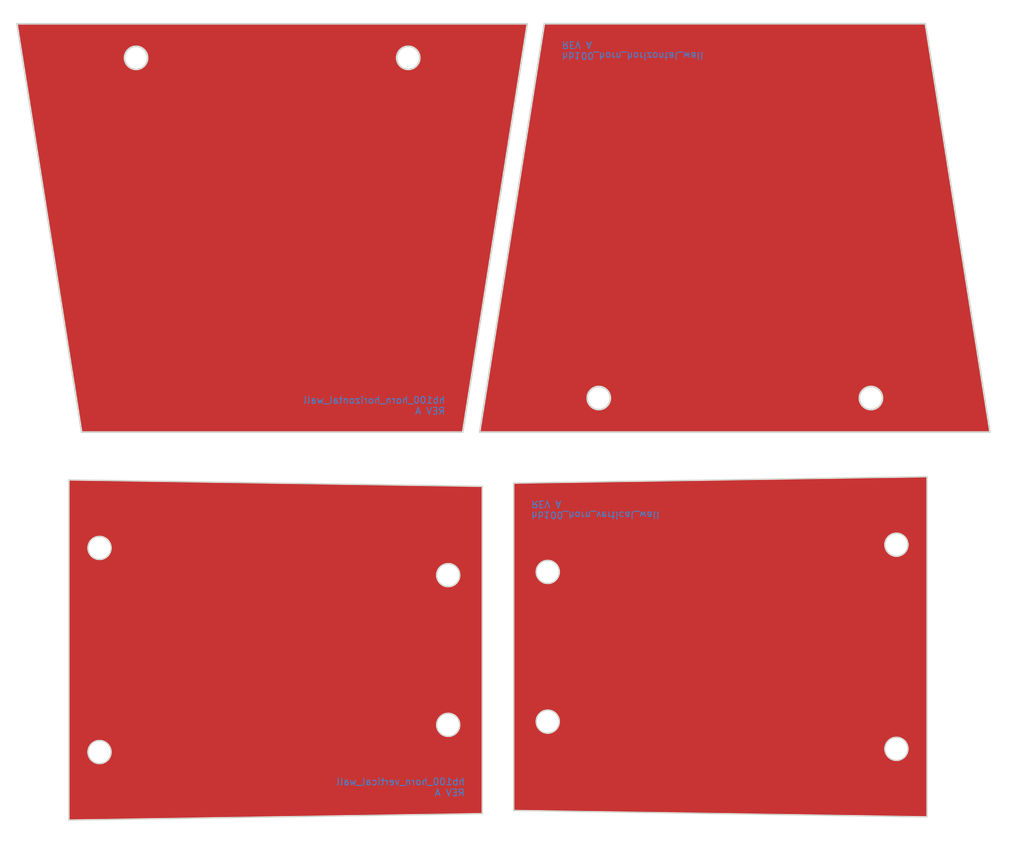
<source format=kicad_pcb>
(kicad_pcb (version 20221018) (generator pcbnew)

  (general
    (thickness 1.6)
  )

  (paper "A4")
  (layers
    (0 "F.Cu" signal)
    (31 "B.Cu" signal)
    (32 "B.Adhes" user "B.Adhesive")
    (33 "F.Adhes" user "F.Adhesive")
    (34 "B.Paste" user)
    (35 "F.Paste" user)
    (36 "B.SilkS" user "B.Silkscreen")
    (37 "F.SilkS" user "F.Silkscreen")
    (38 "B.Mask" user)
    (39 "F.Mask" user)
    (40 "Dwgs.User" user "User.Drawings")
    (41 "Cmts.User" user "User.Comments")
    (42 "Eco1.User" user "User.Eco1")
    (43 "Eco2.User" user "User.Eco2")
    (44 "Edge.Cuts" user)
    (45 "Margin" user)
    (46 "B.CrtYd" user "B.Courtyard")
    (47 "F.CrtYd" user "F.Courtyard")
    (48 "B.Fab" user)
    (49 "F.Fab" user)
    (50 "User.1" user)
    (51 "User.2" user)
    (52 "User.3" user)
    (53 "User.4" user)
    (54 "User.5" user)
    (55 "User.6" user)
    (56 "User.7" user)
    (57 "User.8" user)
    (58 "User.9" user)
  )

  (setup
    (pad_to_mask_clearance 0)
    (pcbplotparams
      (layerselection 0x00010fc_ffffffff)
      (plot_on_all_layers_selection 0x0000000_00000000)
      (disableapertmacros false)
      (usegerberextensions false)
      (usegerberattributes true)
      (usegerberadvancedattributes true)
      (creategerberjobfile true)
      (dashed_line_dash_ratio 12.000000)
      (dashed_line_gap_ratio 3.000000)
      (svgprecision 4)
      (plotframeref false)
      (viasonmask false)
      (mode 1)
      (useauxorigin false)
      (hpglpennumber 1)
      (hpglpenspeed 20)
      (hpglpendiameter 15.000000)
      (dxfpolygonmode true)
      (dxfimperialunits true)
      (dxfusepcbnewfont true)
      (psnegative false)
      (psa4output false)
      (plotreference true)
      (plotvalue true)
      (plotinvisibletext false)
      (sketchpadsonfab false)
      (subtractmaskfromsilk false)
      (outputformat 1)
      (mirror false)
      (drillshape 1)
      (scaleselection 1)
      (outputdirectory "")
    )
  )

  (net 0 "")

  (gr_circle (center 44.5 27.5) (end 46.2 27.5)
    (stroke (width 0.2) (type solid)) (fill none) (layer "Dwgs.User") (tstamp 15987811-1166-431f-8d53-131826935d45))
  (gr_line (start 36.5 82.507425) (end 92.5 82.507425)
    (stroke (width 0.2) (type solid)) (layer "Dwgs.User") (tstamp 1a1ddc72-c7a5-4649-b429-70eae0aad632))
  (gr_circle (center 112.5 77.5) (end 110.8 77.5)
    (stroke (width 0.2) (type solid)) (fill none) (layer "Dwgs.User") (tstamp 67b8eb7b-978c-452d-b32d-fb638e709670))
  (gr_line (start 102 22.5) (end 27 22.5)
    (stroke (width 0.2) (type solid)) (layer "Dwgs.User") (tstamp 6ce6fedc-d015-4970-b795-9ca31c1b7008))
  (gr_line (start 95.000001 82.5) (end 170 82.5)
    (stroke (width 0.2) (type solid)) (layer "Dwgs.User") (tstamp 771933a0-4ccc-4c4c-9ab1-d9a695ae906e))
  (gr_line (start 170 82.5) (end 160.5 22.492575)
    (stroke (width 0.2) (type solid)) (layer "Dwgs.User") (tstamp 7b7fbea6-871a-4696-a0e3-6d21f211a7c4))
  (gr_circle (center 84.5 27.5) (end 86.2 27.5)
    (stroke (width 0.2) (type solid)) (fill none) (layer "Dwgs.User") (tstamp 9f7d86e6-6fd5-43ca-87b2-2eb3c637ce78))
  (gr_line (start 92.5 82.507425) (end 102 22.5)
    (stroke (width 0.2) (type solid)) (layer "Dwgs.User") (tstamp a197d725-be19-4eba-b4df-9c2c301d6642))
  (gr_line (start 104.5 22.492575) (end 95.000001 82.5)
    (stroke (width 0.2) (type solid)) (layer "Dwgs.User") (tstamp e96427b6-da6f-467e-9afd-bc6caf5dee56))
  (gr_line (start 27 22.5) (end 36.5 82.507425)
    (stroke (width 0.2) (type solid)) (layer "Dwgs.User") (tstamp ee147ebc-b89d-4ec0-84d8-3db9b1291f39))
  (gr_line (start 160.5 22.492575) (end 104.5 22.492575)
    (stroke (width 0.2) (type solid)) (layer "Dwgs.User") (tstamp f91f6fc3-1187-465a-b072-2930c28c65ad))
  (gr_circle (center 152.500001 77.5) (end 150.8 77.5)
    (stroke (width 0.2) (type solid)) (fill none) (layer "Dwgs.User") (tstamp fc083bb3-2c3a-47d3-a44d-d7177986f2b7))
  (gr_line (start 160.5 22.492575) (end 170 82.5)
    (stroke (width 0.25) (type solid)) (layer "Edge.Cuts") (tstamp 02d58310-40c1-4bc8-9cc1-6eb379676bef))
  (gr_circle (center 105.000001 103.056051) (end 106.699999 103.056051)
    (stroke (width 0.2) (type solid)) (fill none) (layer "Edge.Cuts") (tstamp 1cf38160-67e0-4811-8fbc-7ab7e980dea6))
  (gr_line (start 104.5 22.492575) (end 160.5 22.492575)
    (stroke (width 0.25) (type solid)) (layer "Edge.Cuts") (tstamp 24ed0d98-fca4-48cf-9446-06490d9b425a))
  (gr_circle (center 44.5 27.5) (end 46.2 27.5)
    (stroke (width 0.25) (type solid)) (fill none) (layer "Edge.Cuts") (tstamp 2e3f347d-40d8-46b2-b953-4e2f36d5819c))
  (gr_circle (center 156.247428 129.056053) (end 157.947429 129.056053)
    (stroke (width 0.2) (type solid)) (fill none) (layer "Edge.Cuts") (tstamp 33a75ef8-4747-4fdb-8909-06a1b35d8d6a))
  (gr_line (start 102 22.5) (end 92.5 82.507425)
    (stroke (width 0.25) (type solid)) (layer "Edge.Cuts") (tstamp 409043d0-dee1-4321-9584-00d17b97c3e3))
  (gr_line (start 92.5 82.507425) (end 36.5 82.507425)
    (stroke (width 0.25) (type solid)) (layer "Edge.Cuts") (tstamp 4e1d8194-48ff-467c-a7a2-c5ac896cc787))
  (gr_circle (center 84.5 27.5) (end 86.2 27.5)
    (stroke (width 0.25) (type solid)) (fill none) (layer "Edge.Cuts") (tstamp 5b750b68-2c48-4ec6-94f4-818ebdc66665))
  (gr_line (start 34.626287 89.528027) (end 34.626286 139.528027)
    (stroke (width 0.2) (type solid)) (layer "Edge.Cuts") (tstamp 61e451a8-1bb5-42cd-8cbe-9eaae5beaa6c))
  (gr_line (start 100 90) (end 100.000002 138.112106)
    (stroke (width 0.2) (type solid)) (layer "Edge.Cuts") (tstamp 7e2da162-84fc-46ee-89ad-703bbcf20cc7))
  (gr_line (start 95.373715 138.584079) (end 95.373713 90.471973)
    (stroke (width 0.2) (type solid)) (layer "Edge.Cuts") (tstamp 85c181b7-9a4c-4cad-b8af-dc177bafc0a4))
  (gr_circle (center 39.126287 129.528026) (end 37.426287 129.528026)
    (stroke (width 0.2) (type solid)) (fill none) (layer "Edge.Cuts") (tstamp 91172423-1a61-4673-bbb4-1bc32868f488))
  (gr_circle (center 105 125.056053) (end 106.700001 125.05605)
    (stroke (width 0.2) (type solid)) (fill none) (layer "Edge.Cuts") (tstamp 9224abb4-367a-45b2-a697-936df6b2849f))
  (gr_circle (center 112.5 77.5) (end 110.8 77.5)
    (stroke (width 0.25) (type solid)) (fill none) (layer "Edge.Cuts") (tstamp a48a4f39-c370-4da3-8f97-058d6b4f1753))
  (gr_circle (center 90.373715 103.528026) (end 88.673714 103.528029)
    (stroke (width 0.2) (type solid)) (fill none) (layer "Edge.Cuts") (tstamp a93a3351-5fba-4352-9d97-510c8497b904))
  (gr_circle (center 90.373714 125.528028) (end 88.673716 125.528028)
    (stroke (width 0.2) (type solid)) (fill none) (layer "Edge.Cuts") (tstamp b5f44e18-c9d5-4a78-b27d-bbba32a381a6))
  (gr_line (start 95.000001 82.5) (end 104.5 22.492575)
    (stroke (width 0.25) (type solid)) (layer "Edge.Cuts") (tstamp be180228-317e-4140-85e7-42a8cd0ad7d6))
  (gr_line (start 160.747429 89.056052) (end 100 90)
    (stroke (width 0.2) (type solid)) (layer "Edge.Cuts") (tstamp c06075be-cb3c-4dd7-811e-6ac4fd44d898))
  (gr_line (start 170 82.5) (end 95.000001 82.5)
    (stroke (width 0.25) (type solid)) (layer "Edge.Cuts") (tstamp c694d05b-a663-487a-9754-7684f7a3c90b))
  (gr_circle (center 39.126287 99.528026) (end 37.426286 99.528026)
    (stroke (width 0.2) (type solid)) (fill none) (layer "Edge.Cuts") (tstamp cb688301-b55d-4086-b5e4-f2e98c80f5b9))
  (gr_line (start 34.626286 139.528027) (end 95.373715 138.584079)
    (stroke (width 0.2) (type solid)) (layer "Edge.Cuts") (tstamp d033a982-1476-4d4e-964e-4668d0b6fdf1))
  (gr_circle (center 152.500001 77.5) (end 150.8 77.5)
    (stroke (width 0.25) (type solid)) (fill none) (layer "Edge.Cuts") (tstamp d26e79fe-1d1e-4111-a853-c90efeb050a5))
  (gr_line (start 100.000002 138.112106) (end 160.747428 139.056052)
    (stroke (width 0.2) (type solid)) (layer "Edge.Cuts") (tstamp d5a4ac97-1de7-470d-b2e2-f37205c90390))
  (gr_circle (center 156.247428 99.056053) (end 157.947428 99.056053)
    (stroke (width 0.2) (type solid)) (fill none) (layer "Edge.Cuts") (tstamp d7cd3d81-ac5e-4745-bdd2-3785d8787daa))
  (gr_line (start 27 22.5) (end 102 22.5)
    (stroke (width 0.25) (type solid)) (layer "Edge.Cuts") (tstamp d92969d8-da18-4ab9-b531-8e79ebb4b74c))
  (gr_line (start 160.747428 139.056052) (end 160.747429 89.056052)
    (stroke (width 0.2) (type solid)) (layer "Edge.Cuts") (tstamp da222dca-0452-44c9-92dd-6132da96be73))
  (gr_line (start 36.5 82.507425) (end 27 22.5)
    (stroke (width 0.25) (type solid)) (layer "Edge.Cuts") (tstamp dc3b7aa1-2a15-4617-9bfe-5b4c746b6c45))
  (gr_line (start 95.373713 90.471973) (end 34.626287 89.528027)
    (stroke (width 0.2) (type solid)) (layer "Edge.Cuts") (tstamp dc6dbfc3-3cb5-40c1-9967-b88e1584497e))
  (gr_text "hb100_horn_vertical_wall\nREV A" (at 102.5 92.5 180) (layer "B.Cu") (tstamp 0fc48929-6c66-4e08-a063-7effbdb74b9c)
    (effects (font (size 1 1) (thickness 0.15)) (justify left bottom mirror))
  )
  (gr_text "hb100_horn_vertical_wall\nREV A" (at 92.873715 136.084079) (layer "B.Cu") (tstamp 197882cd-4e73-46b8-99ce-4e82d5222eef)
    (effects (font (size 1 1) (thickness 0.15)) (justify left bottom mirror))
  )
  (gr_text "hb100_horn_horizontal_wall\nREV A" (at 90 80) (layer "B.Cu") (tstamp 7b0cb824-d3fd-4c14-9590-3a8e81eb6185)
    (effects (font (size 1 1) (thickness 0.15)) (justify left bottom mirror))
  )
  (gr_text "hb100_horn_horizontal_wall\nREV A" (at 107 25 180) (layer "B.Cu") (tstamp f8148778-33c9-4bc8-b767-651a56ff7d81)
    (effects (font (size 1 1) (thickness 0.15)) (justify left bottom mirror))
  )
  (gr_text "hb100_horn_vertical_wall\nREV A" (at 102.5 92.5 180) (layer "B.Mask") (tstamp 5e0eb629-5643-49a2-a573-4cd5884bfe1c)
    (effects (font (size 1 1) (thickness 0.15)) (justify left bottom mirror))
  )
  (gr_text "hb100_horn_horizontal_wall\nREV A" (at 90 80) (layer "B.Mask") (tstamp 6ebeaf2f-96cb-4413-a246-e9ba18e6b75e)
    (effects (font (size 1 1) (thickness 0.15)) (justify left bottom mirror))
  )
  (gr_text "hb100_horn_vertical_wall\nREV A" (at 92.873715 136.084079) (layer "B.Mask") (tstamp 9c35ce5b-44a9-45a1-8ee1-b4f57c4011f5)
    (effects (font (size 1 1) (thickness 0.15)) (justify left bottom mirror))
  )
  (gr_text "hb100_horn_horizontal_wall\nREV A" (at 107 25 180) (layer "B.Mask") (tstamp a8d69575-ab5f-40ee-b0c3-a7e731bb9942)
    (effects (font (size 1 1) (thickness 0.15)) (justify left bottom mirror))
  )

  (zone (net 0) (net_name "") (layer "F.Cu") (tstamp 7b118372-9b6c-48bd-af41-93e0dbb84bf9) (hatch edge 0.5)
    (connect_pads (clearance 0.5))
    (min_thickness 0.25) (filled_areas_thickness no)
    (fill yes (thermal_gap 0.5) (thermal_bridge_width 0.5) (island_removal_mode 1) (island_area_min 10))
    (polygon
      (pts
        (xy 24.5 19)
        (xy 175 19)
        (xy 175 145)
        (xy 24.5 145)
      )
    )
    (filled_polygon
      (layer "F.Cu")
      (island)
      (pts
        (xy 95.25114 90.470567)
        (xy 95.317865 90.491291)
        (xy 95.362794 90.544799)
        (xy 95.373213 90.594552)
        (xy 95.373213 138.461498)
        (xy 95.353528 138.528537)
        (xy 95.300724 138.574292)
        (xy 95.25114 138.585483)
        (xy 34.752713 139.525562)
        (xy 34.685375 139.506921)
        (xy 34.638806 139.454835)
        (xy 34.626786 139.401577)
        (xy 34.626786 129.52803)
        (xy 37.421019 129.52803)
        (xy 37.440064 129.78218)
        (xy 37.49639 130.028962)
        (xy 37.496779 130.030663)
        (xy 37.589894 130.267914)
        (xy 37.717328 130.488638)
        (xy 37.876237 130.687903)
        (xy 38.06307 130.861258)
        (xy 38.273653 131.004831)
        (xy 38.273658 131.004833)
        (xy 38.273659 131.004834)
        (xy 38.27366 131.004835)
        (xy 38.432224 131.081195)
        (xy 38.503283 131.115415)
        (xy 38.545444 131.12842)
        (xy 38.552536 131.131092)
        (xy 38.587532 131.146781)
        (xy 38.615476 131.150022)
        (xy 38.746829 131.190539)
        (xy 38.746834 131.190539)
        (xy 38.746835 131.19054)
        (xy 38.794396 131.197709)
        (xy 38.801588 131.199233)
        (xy 38.804268 131.199968)
        (xy 38.804333 131.199984)
        (xy 38.838523 131.209378)
        (xy 38.865534 131.208431)
        (xy 38.998852 131.228526)
        (xy 38.998858 131.228526)
        (xy 39.050979 131.228526)
        (xy 39.058097 131.228936)
        (xy 39.095976 131.23331)
        (xy 39.121477 131.228526)
        (xy 39.253718 131.228526)
        (xy 39.253722 131.228526)
        (xy 39.309322 131.220145)
        (xy 39.316172 131.2195)
        (xy 39.321536 131.219295)
        (xy 39.321537 131.219294)
        (xy 39.323596 131.219216)
        (xy 39.323636 131.219213)
        (xy 39.354078 131.218045)
        (xy 39.377485 131.209871)
        (xy 39.505745 131.190539)
        (xy 39.563456 131.172737)
        (xy 39.56985 131.171136)
        (xy 39.577418 131.169669)
        (xy 39.577425 131.169666)
        (xy 39.578119 131.169532)
        (xy 39.578128 131.16953)
        (xy 39.606832 131.163963)
        (xy 39.627722 131.152913)
        (xy 39.749291 131.115415)
        (xy 39.807466 131.087399)
        (xy 39.813369 131.084925)
        (xy 39.822727 131.081565)
        (xy 39.822734 131.081561)
        (xy 39.823723 131.081206)
        (xy 39.823751 131.081195)
        (xy 39.848447 131.072325)
        (xy 39.866489 131.058975)
        (xy 39.978921 131.004831)
        (xy 40.035796 130.966054)
        (xy 40.041057 130.96284)
        (xy 40.051712 130.957047)
        (xy 40.051718 130.957042)
        (xy 40.073364 130.945272)
        (xy 40.088345 130.930226)
        (xy 40.189504 130.861258)
        (xy 40.243152 130.81148)
        (xy 40.247715 130.80764)
        (xy 40.276444 130.785741)
        (xy 40.28827 130.769616)
        (xy 40.376337 130.687903)
        (xy 40.424732 130.627217)
        (xy 40.428516 130.6229)
        (xy 40.439748 130.61123)
        (xy 40.439751 130.611225)
        (xy 40.440404 130.610547)
        (xy 40.440411 130.61054)
        (xy 40.453039 130.597418)
        (xy 40.461721 130.580834)
        (xy 40.535246 130.488638)
        (xy 40.537123 130.485388)
        (xy 40.552793 130.458246)
        (xy 40.57632 130.417493)
        (xy 40.57928 130.412857)
        (xy 40.589706 130.398036)
        (xy 40.58971 130.398027)
        (xy 40.5991 130.384678)
        (xy 40.604771 130.368215)
        (xy 40.66268 130.267914)
        (xy 40.69439 130.187116)
        (xy 40.696539 130.182267)
        (xy 40.705361 130.16445)
        (xy 40.705362 130.164446)
        (xy 40.707425 130.16028)
        (xy 40.708137 130.159507)
        (xy 40.709587 130.155911)
        (xy 40.710124 130.154824)
        (xy 40.711644 130.144595)
        (xy 40.713373 130.139131)
        (xy 40.714746 130.135251)
        (xy 40.755795 130.030663)
        (xy 40.776174 129.941372)
        (xy 40.777501 129.936498)
        (xy 40.783763 129.916711)
        (xy 40.785006 129.914862)
        (xy 40.786495 129.908495)
        (xy 40.786455 129.900084)
        (xy 40.787915 129.890627)
        (xy 40.788734 129.886347)
        (xy 40.812509 129.782183)
        (xy 40.819723 129.685915)
        (xy 40.820264 129.681196)
        (xy 40.823793 129.658351)
        (xy 40.823793 129.658349)
        (xy 40.823936 129.657424)
        (xy 40.82394 129.657386)
        (xy 40.824944 129.650882)
        (xy 40.824051 129.644874)
        (xy 40.824066 129.644038)
        (xy 40.824448 129.624084)
        (xy 40.824605 129.620761)
        (xy 40.831555 129.528026)
        (xy 40.824605 129.435294)
        (xy 40.824448 129.431964)
        (xy 40.82405 129.411176)
        (xy 40.825214 129.406915)
        (xy 40.823981 129.398931)
        (xy 40.823978 129.398904)
        (xy 40.823793 129.397707)
        (xy 40.823793 129.397701)
        (xy 40.820265 129.374864)
        (xy 40.819722 129.370128)
        (xy 40.812509 129.273869)
        (xy 40.788729 129.169683)
        (xy 40.787915 129.16542)
        (xy 40.786453 129.15596)
        (xy 40.787214 129.150251)
        (xy 40.786879 129.149191)
        (xy 40.785293 129.142415)
        (xy 40.783763 129.13934)
        (xy 40.78324 129.13769)
        (xy 40.777495 129.119535)
        (xy 40.776176 129.114687)
        (xy 40.755795 129.025389)
        (xy 40.714749 128.920808)
        (xy 40.713372 128.916916)
        (xy 40.711647 128.911467)
        (xy 40.711492 128.903987)
        (xy 40.709586 128.900138)
        (xy 40.70836 128.897098)
        (xy 40.707426 128.895772)
        (xy 40.70535 128.89158)
        (xy 40.696522 128.873751)
        (xy 40.694394 128.868944)
        (xy 40.66268 128.788138)
        (xy 40.604772 128.687838)
        (xy 40.60166 128.675009)
        (xy 40.579293 128.643211)
        (xy 40.576309 128.638538)
        (xy 40.537122 128.570664)
        (xy 40.535246 128.567414)
        (xy 40.461721 128.475217)
        (xy 40.456358 128.462081)
        (xy 40.428527 128.433163)
        (xy 40.424732 128.428834)
        (xy 40.376337 128.368149)
        (xy 40.376334 128.368146)
        (xy 40.28827 128.286434)
        (xy 40.280511 128.273408)
        (xy 40.247714 128.248409)
        (xy 40.243126 128.244547)
        (xy 40.189504 128.194793)
        (xy 40.088345 128.125824)
        (xy 40.078134 128.113372)
        (xy 40.041082 128.093223)
        (xy 40.035772 128.089981)
        (xy 39.978921 128.051221)
        (xy 39.978917 128.051219)
        (xy 39.866488 127.997076)
        (xy 39.853849 127.985665)
        (xy 39.825124 127.975348)
        (xy 39.825115 127.975344)
        (xy 39.813381 127.971129)
        (xy 39.807439 127.968639)
        (xy 39.749293 127.940638)
        (xy 39.749291 127.940637)
        (xy 39.698464 127.924959)
        (xy 39.627721 127.903137)
        (xy 39.612771 127.893239)
        (xy 39.569884 127.884921)
        (xy 39.563409 127.8833)
        (xy 39.50575 127.865514)
        (xy 39.505746 127.865513)
        (xy 39.505745 127.865513)
        (xy 39.458163 127.858341)
        (xy 39.377478 127.846179)
        (xy 39.360411 127.838244)
        (xy 39.316161 127.836549)
        (xy 39.309288 127.835901)
        (xy 39.253727 127.827526)
        (xy 39.253722 127.827526)
        (xy 39.121479 127.827526)
        (xy 39.102595 127.821981)
        (xy 39.067465 127.826036)
        (xy 39.067458 127.826037)
        (xy 39.058106 127.827117)
        (xy 39.050991 127.827526)
        (xy 38.998844 127.827526)
        (xy 38.86552 127.847622)
        (xy 38.845191 127.84484)
        (xy 38.80536 127.855784)
        (xy 38.805325 127.855793)
        (xy 38.801561 127.856825)
        (xy 38.794402 127.858341)
        (xy 38.746826 127.865513)
        (xy 38.6154 127.906052)
        (xy 38.594059 127.906342)
        (xy 38.552534 127.924959)
        (xy 38.54544 127.927632)
        (xy 38.503285 127.940635)
        (xy 38.273657 128.051218)
        (xy 38.063069 128.194794)
        (xy 37.876239 128.368147)
        (xy 37.876237 128.368149)
        (xy 37.717328 128.567414)
        (xy 37.589895 128.788135)
        (xy 37.496779 129.025388)
        (xy 37.496777 129.025395)
        (xy 37.440064 129.273871)
        (xy 37.421019 129.528021)
        (xy 37.421019 129.52803)
        (xy 34.626786 129.52803)
        (xy 34.626786 125.528032)
        (xy 88.668448 125.528032)
        (xy 88.687492 125.782175)
        (xy 88.687493 125.78218)
        (xy 88.744204 126.03065)
        (xy 88.744206 126.030659)
        (xy 88.744208 126.030664)
        (xy 88.837322 126.267915)
        (xy 88.962166 126.484152)
        (xy 88.964756 126.488637)
        (xy 88.964762 126.488646)
        (xy 89.123665 126.687902)
        (xy 89.123668 126.687905)
        (xy 89.211727 126.769612)
        (xy 89.310498 126.861259)
        (xy 89.521081 127.004832)
        (xy 89.521086 127.004834)
        (xy 89.521087 127.004835)
        (xy 89.521088 127.004836)
        (xy 89.716375 127.09888)
        (xy 89.75071 127.115415)
        (xy 89.792829 127.128407)
        (xy 89.799927 127.131081)
        (xy 89.834904 127.146766)
        (xy 89.86288 127.150014)
        (xy 89.994257 127.190539)
        (xy 90.041836 127.19771)
        (xy 90.049018 127.199233)
        (xy 90.049573 127.199386)
        (xy 90.049575 127.199386)
        (xy 90.051837 127.200008)
        (xy 90.051914 127.200026)
        (xy 90.08595 127.209378)
        (xy 90.112961 127.208431)
        (xy 90.246279 127.228526)
        (xy 90.298406 127.228526)
        (xy 90.305524 127.228936)
        (xy 90.343403 127.23331)
        (xy 90.368904 127.228526)
        (xy 90.501145 127.228526)
        (xy 90.501149 127.228526)
        (xy 90.556748 127.220145)
        (xy 90.563599 127.2195)
        (xy 90.568962 127.219295)
        (xy 90.568963 127.219294)
        (xy 90.570317 127.219243)
        (xy 90.570362 127.219239)
        (xy 90.601506 127.218045)
        (xy 90.624912 127.209871)
        (xy 90.736527 127.193047)
        (xy 90.753159 127.190541)
        (xy 90.753162 127.19054)
        (xy 90.753171 127.190539)
        (xy 90.810823 127.172755)
        (xy 90.817249 127.171144)
        (xy 90.821184 127.170379)
        (xy 90.829508 127.168765)
        (xy 90.829515 127.168763)
        (xy 90.85425 127.163966)
        (xy 90.875145 127.152914)
        (xy 90.996718 127.115415)
        (xy 90.996718 127.115414)
        (xy 90.996721 127.115414)
        (xy 91.019866 127.104267)
        (xy 91.054884 127.087403)
        (xy 91.060816 127.084918)
        (xy 91.070153 127.081565)
        (xy 91.070156 127.081562)
        (xy 91.071145 127.081208)
        (xy 91.071171 127.081198)
        (xy 91.09587 127.072326)
        (xy 91.113917 127.058975)
        (xy 91.226347 127.004832)
        (xy 91.226351 127.004829)
        (xy 91.283227 126.966051)
        (xy 91.288503 126.962829)
        (xy 91.299137 126.957047)
        (xy 91.299142 126.957042)
        (xy 91.300126 126.956508)
        (xy 91.300149 126.956495)
        (xy 91.320795 126.945267)
        (xy 91.335774 126.930225)
        (xy 91.43693 126.861259)
        (xy 91.490559 126.811497)
        (xy 91.495147 126.807636)
        (xy 91.523869 126.785742)
        (xy 91.535694 126.769618)
        (xy 91.623762 126.687903)
        (xy 91.672168 126.627203)
        (xy 91.675922 126.62292)
        (xy 91.687174 126.61123)
        (xy 91.687175 126.611228)
        (xy 91.690461 126.607813)
        (xy 91.690472 126.607801)
        (xy 91.70046 126.597422)
        (xy 91.70914 126.580842)
        (xy 91.782671 126.488639)
        (xy 91.82375 126.417486)
        (xy 91.826707 126.412856)
        (xy 91.837131 126.398037)
        (xy 91.837134 126.39803)
        (xy 91.846526 126.384678)
        (xy 91.852198 126.368214)
        (xy 91.910106 126.267915)
        (xy 91.941827 126.187089)
        (xy 91.943949 126.182297)
        (xy 91.952786 126.164451)
        (xy 91.952788 126.164443)
        (xy 91.954847 126.160286)
        (xy 91.95556 126.159513)
        (xy 91.957009 126.155918)
        (xy 91.957551 126.154823)
        (xy 91.95907 126.144594)
        (xy 91.960796 126.13914)
        (xy 91.962174 126.135246)
        (xy 92.00322 126.030664)
        (xy 92.023601 125.941367)
        (xy 92.024921 125.936513)
        (xy 92.031187 125.916713)
        (xy 92.032432 125.914862)
        (xy 92.033922 125.908498)
        (xy 92.033882 125.900074)
        (xy 92.035339 125.890643)
        (xy 92.03616 125.886342)
        (xy 92.059934 125.782185)
        (xy 92.067148 125.685917)
        (xy 92.067689 125.681197)
        (xy 92.071218 125.658353)
        (xy 92.071218 125.658345)
        (xy 92.071372 125.65735)
        (xy 92.071377 125.65731)
        (xy 92.072369 125.650884)
        (xy 92.071476 125.644876)
        (xy 92.071491 125.64404)
        (xy 92.071873 125.624086)
        (xy 92.07203 125.620763)
        (xy 92.07898 125.528028)
        (xy 92.07203 125.435296)
        (xy 92.071873 125.431966)
        (xy 92.071475 125.411178)
        (xy 92.072639 125.406916)
        (xy 92.071443 125.399169)
        (xy 92.071441 125.399151)
        (xy 92.071218 125.397708)
        (xy 92.071218 125.397703)
        (xy 92.06769 125.374866)
        (xy 92.067147 125.37013)
        (xy 92.059934 125.273871)
        (xy 92.036162 125.169723)
        (xy 92.035338 125.165406)
        (xy 92.033881 125.155969)
        (xy 92.034642 125.150255)
        (xy 92.034305 125.149191)
        (xy 92.03272 125.142421)
        (xy 92.031187 125.139339)
        (xy 92.024928 125.119562)
        (xy 92.023597 125.114669)
        (xy 92.010217 125.056048)
        (xy 92.003224 125.025407)
        (xy 92.003222 125.025401)
        (xy 92.00322 125.025392)
        (xy 91.962181 124.920827)
        (xy 91.96079 124.916897)
        (xy 91.959077 124.911483)
        (xy 91.95892 124.903997)
        (xy 91.957008 124.900135)
        (xy 91.955782 124.897094)
        (xy 91.954846 124.895766)
        (xy 91.943967 124.873793)
        (xy 91.941814 124.868931)
        (xy 91.910106 124.788141)
        (xy 91.910105 124.78814)
        (xy 91.852196 124.687839)
        (xy 91.849085 124.675013)
        (xy 91.826717 124.643213)
        (xy 91.823734 124.63854)
        (xy 91.784547 124.570667)
        (xy 91.782671 124.567417)
        (xy 91.782665 124.567409)
        (xy 91.782664 124.567407)
        (xy 91.709144 124.475218)
        (xy 91.70378 124.46208)
        (xy 91.675939 124.433151)
        (xy 91.67214 124.428817)
        (xy 91.623762 124.368153)
        (xy 91.535697 124.28644)
        (xy 91.527938 124.273413)
        (xy 91.495149 124.248421)
        (xy 91.490561 124.244559)
        (xy 91.459644 124.215873)
        (xy 91.43693 124.194797)
        (xy 91.424089 124.186042)
        (xy 91.335775 124.12583)
        (xy 91.325568 124.113381)
        (xy 91.288519 124.093235)
        (xy 91.283209 124.089992)
        (xy 91.226347 124.051224)
        (xy 91.226344 124.051223)
        (xy 91.226342 124.051221)
        (xy 91.113912 123.997077)
        (xy 91.101276 123.985668)
        (xy 91.060814 123.971137)
        (xy 91.054867 123.968644)
        (xy 90.996723 123.940643)
        (xy 90.996708 123.940637)
        (xy 90.875147 123.903141)
        (xy 90.860192 123.89324)
        (xy 90.817303 123.884922)
        (xy 90.810829 123.883301)
        (xy 90.753172 123.865517)
        (xy 90.704062 123.858114)
        (xy 90.624905 123.846183)
        (xy 90.607837 123.838248)
        (xy 90.56359 123.836553)
        (xy 90.556717 123.835905)
        (xy 90.501154 123.82753)
        (xy 90.501149 123.82753)
        (xy 90.368906 123.82753)
        (xy 90.350022 123.821985)
        (xy 90.314892 123.82604)
        (xy 90.314885 123.826041)
        (xy 90.305533 123.827121)
        (xy 90.298418 123.82753)
        (xy 90.246271 123.82753)
        (xy 90.112947 123.847626)
        (xy 90.092618 123.844844)
        (xy 90.055762 123.85497)
        (xy 90.055752 123.854974)
        (xy 90.049576 123.856669)
        (xy 90.049573 123.85667)
        (xy 90.049007 123.856825)
        (xy 90.041839 123.858344)
        (xy 89.994254 123.865517)
        (xy 89.862798 123.906065)
        (xy 89.841442 123.906355)
        (xy 89.799923 123.924974)
        (xy 89.792824 123.927649)
        (xy 89.750706 123.940642)
        (xy 89.521088 124.051219)
        (xy 89.521087 124.05122)
        (xy 89.310497 124.194797)
        (xy 89.123668 124.36815)
        (xy 89.123665 124.368153)
        (xy 88.964762 124.567409)
        (xy 88.964756 124.567418)
        (xy 88.837322 124.78814)
        (xy 88.74421 125.025386)
        (xy 88.744204 125.025405)
        (xy 88.687493 125.273875)
        (xy 88.687492 125.27388)
        (xy 88.668448 125.528023)
        (xy 88.668448 125.528032)
        (xy 34.626786 125.528032)
        (xy 34.626786 103.52803)
        (xy 88.668446 103.52803)
        (xy 88.687491 103.78218)
        (xy 88.744204 104.030656)
        (xy 88.744206 104.030663)
        (xy 88.816916 104.215925)
        (xy 88.837321 104.267914)
        (xy 88.964756 104.488638)
        (xy 89.061208 104.609585)
        (xy 89.123667 104.687907)
        (xy 89.229102 104.785735)
        (xy 89.310497 104.861259)
        (xy 89.521081 105.004832)
        (xy 89.75071 105.115416)
        (xy 89.792852 105.128415)
        (xy 89.799943 105.131087)
        (xy 89.834944 105.146781)
        (xy 89.86291 105.150025)
        (xy 89.994257 105.19054)
        (xy 90.041828 105.19771)
        (xy 90.049014 105.199233)
        (xy 90.049574 105.199387)
        (xy 90.049575 105.199387)
        (xy 90.08592 105.209375)
        (xy 90.112948 105.20843)
        (xy 90.24628 105.228527)
        (xy 90.246286 105.228527)
        (xy 90.298407 105.228527)
        (xy 90.305525 105.228937)
        (xy 90.343404 105.233311)
        (xy 90.368905 105.228527)
        (xy 90.501146 105.228527)
        (xy 90.50115 105.228527)
        (xy 90.55675 105.220146)
        (xy 90.5636 105.219501)
        (xy 90.568964 105.219296)
        (xy 90.568965 105.219295)
        (xy 90.571024 105.219217)
        (xy 90.571064 105.219214)
        (xy 90.601505 105.218046)
        (xy 90.624911 105.209872)
        (xy 90.753173 105.19054)
        (xy 90.810825 105.172756)
        (xy 90.817251 105.171145)
        (xy 90.821186 105.17038)
        (xy 90.82951 105.168766)
        (xy 90.829517 105.168764)
        (xy 90.854252 105.163967)
        (xy 90.875147 105.152915)
        (xy 90.99672 105.115416)
        (xy 91.054895 105.0874)
        (xy 91.060799 105.084926)
        (xy 91.070155 105.081566)
        (xy 91.07016 105.081562)
        (xy 91.072065 105.080879)
        (xy 91.072083 105.080873)
        (xy 91.095869 105.072329)
        (xy 91.113911 105.058979)
        (xy 91.22635 105.004832)
        (xy 91.283222 104.966056)
        (xy 91.288498 104.962834)
        (xy 91.29914 104.957048)
        (xy 91.299142 104.957046)
        (xy 91.300837 104.956125)
        (xy 91.300886 104.956096)
        (xy 91.320803 104.945265)
        (xy 91.33578 104.930223)
        (xy 91.436933 104.861259)
        (xy 91.490579 104.811482)
        (xy 91.495134 104.807647)
        (xy 91.506434 104.799035)
        (xy 91.506434 104.799034)
        (xy 91.507603 104.798144)
        (xy 91.507628 104.798123)
        (xy 91.523879 104.785735)
        (xy 91.5357 104.769616)
        (xy 91.555983 104.750797)
        (xy 91.582996 104.725732)
        (xy 91.623759 104.68791)
        (xy 91.623761 104.687906)
        (xy 91.623766 104.687903)
        (xy 91.672162 104.627214)
        (xy 91.675939 104.622906)
        (xy 91.687177 104.61123)
        (xy 91.687179 104.611227)
        (xy 91.68849 104.609865)
        (xy 91.688521 104.609831)
        (xy 91.700464 104.59742)
        (xy 91.709143 104.580842)
        (xy 91.782674 104.488638)
        (xy 91.823764 104.417466)
        (xy 91.826702 104.412867)
        (xy 91.837134 104.398037)
        (xy 91.837136 104.398031)
        (xy 91.837742 104.397171)
        (xy 91.837751 104.397158)
        (xy 91.846533 104.384672)
        (xy 91.852205 104.368206)
        (xy 91.910109 104.267914)
        (xy 91.941823 104.187107)
        (xy 91.943957 104.182288)
        (xy 91.95279 104.16445)
        (xy 91.954855 104.160281)
        (xy 91.955566 104.15951)
        (xy 91.957016 104.155913)
        (xy 91.957552 104.154829)
        (xy 91.959072 104.144599)
        (xy 91.960803 104.139129)
        (xy 91.962172 104.13526)
        (xy 92.003224 104.030663)
        (xy 92.023602 103.941379)
        (xy 92.024929 103.936501)
        (xy 92.031191 103.916714)
        (xy 92.032435 103.914863)
        (xy 92.033926 103.908491)
        (xy 92.033886 103.900076)
        (xy 92.035343 103.890643)
        (xy 92.036165 103.886338)
        (xy 92.059938 103.782183)
        (xy 92.067152 103.685915)
        (xy 92.067693 103.681196)
        (xy 92.071222 103.658351)
        (xy 92.071222 103.658343)
        (xy 92.071376 103.657348)
        (xy 92.071381 103.657308)
        (xy 92.072373 103.650882)
        (xy 92.07148 103.644874)
        (xy 92.071495 103.644038)
        (xy 92.071877 103.624084)
        (xy 92.072034 103.620761)
        (xy 92.078984 103.528026)
        (xy 92.072034 103.435294)
        (xy 92.071877 103.431964)
        (xy 92.071479 103.411176)
        (xy 92.072643 103.406914)
        (xy 92.071447 103.399167)
        (xy 92.071445 103.399149)
        (xy 92.071222 103.397706)
        (xy 92.071222 103.397701)
        (xy 92.067694 103.374864)
        (xy 92.067151 103.370128)
        (xy 92.059938 103.273869)
        (xy 92.036167 103.169724)
        (xy 92.035342 103.165403)
        (xy 92.033885 103.155966)
        (xy 92.034645 103.150254)
        (xy 92.034309 103.14919)
        (xy 92.032724 103.142419)
        (xy 92.031192 103.13934)
        (xy 92.030669 103.13769)
        (xy 92.024924 103.119535)
        (xy 92.023605 103.114687)
        (xy 92.003224 103.025389)
        (xy 91.962176 102.920803)
        (xy 91.960799 102.91691)
        (xy 91.959079 102.911477)
        (xy 91.958922 102.903987)
        (xy 91.957012 102.900128)
        (xy 91.95579 102.897096)
        (xy 91.954852 102.895766)
        (xy 91.943961 102.873769)
        (xy 91.941814 102.868922)
        (xy 91.910109 102.788138)
        (xy 91.852204 102.687844)
        (xy 91.849092 102.675016)
        (xy 91.837135 102.658017)
        (xy 91.837134 102.658015)
        (xy 91.826713 102.6432)
        (xy 91.823747 102.638555)
        (xy 91.782674 102.567414)
        (xy 91.709143 102.475209)
        (xy 91.703782 102.462077)
        (xy 91.689109 102.44683)
        (xy 91.689089 102.446808)
        (xy 91.675949 102.433154)
        (xy 91.672147 102.428817)
        (xy 91.623766 102.368149)
        (xy 91.535695 102.286431)
        (xy 91.527939 102.27341)
        (xy 91.506909 102.257379)
        (xy 91.506904 102.257375)
        (xy 91.495151 102.248416)
        (xy 91.490564 102.244555)
        (xy 91.459645 102.215867)
        (xy 91.436933 102.194793)
        (xy 91.436929 102.19479)
        (xy 91.335781 102.125828)
        (xy 91.325575 102.113381)
        (xy 91.301682 102.100388)
        (xy 91.301652 102.10037)
        (xy 91.288524 102.093231)
        (xy 91.283214 102.089989)
        (xy 91.22635 102.05122)
        (xy 91.226346 102.051218)
        (xy 91.113913 101.997073)
        (xy 91.101275 101.985662)
        (xy 91.060816 101.971132)
        (xy 91.054869 101.968639)
        (xy 90.996725 101.940638)
        (xy 90.99671 101.940632)
        (xy 90.875149 101.903136)
        (xy 90.860194 101.893235)
        (xy 90.817305 101.884917)
        (xy 90.810831 101.883296)
        (xy 90.768411 101.870212)
        (xy 90.753173 101.865512)
        (xy 90.680378 101.854539)
        (xy 90.624906 101.846178)
        (xy 90.607839 101.838243)
        (xy 90.563589 101.836548)
        (xy 90.556716 101.8359)
        (xy 90.501155 101.827525)
        (xy 90.50115 101.827525)
        (xy 90.368907 101.827525)
        (xy 90.350023 101.82198)
        (xy 90.314893 101.826035)
        (xy 90.314886 101.826036)
        (xy 90.305534 101.827116)
        (xy 90.298419 101.827525)
        (xy 90.246274 101.827525)
        (xy 90.112933 101.847624)
        (xy 90.09259 101.84484)
        (xy 90.049013 101.856816)
        (xy 90.04182 101.858341)
        (xy 89.994254 101.865512)
        (xy 89.862827 101.906051)
        (xy 89.841471 101.906341)
        (xy 89.799941 101.924964)
        (xy 89.792843 101.927638)
        (xy 89.750711 101.940635)
        (xy 89.521084 102.051218)
        (xy 89.52108 102.05122)
        (xy 89.310499 102.194791)
        (xy 89.123667 102.368144)
        (xy 88.964756 102.567414)
        (xy 88.837322 102.788135)
        (xy 88.83732 102.788139)
        (xy 88.744206 103.025388)
        (xy 88.744204 103.025395)
        (xy 88.687491 103.273871)
        (xy 88.668446 103.528021)
        (xy 88.668446 103.52803)
        (xy 34.626786 103.52803)
        (xy 34.626786 99.52803)
        (xy 37.421018 99.52803)
        (xy 37.440063 99.78218)
        (xy 37.496776 100.030656)
        (xy 37.496778 100.030663)
        (xy 37.56949 100.21593)
        (xy 37.589893 100.267914)
        (xy 37.717328 100.488638)
        (xy 37.806417 100.600352)
        (xy 37.876239 100.687907)
        (xy 37.981674 100.785735)
        (xy 38.063069 100.861259)
        (xy 38.273653 101.004832)
        (xy 38.503282 101.115416)
        (xy 38.545424 101.128415)
        (xy 38.552515 101.131087)
        (xy 38.587516 101.146781)
        (xy 38.615482 101.150025)
        (xy 38.746829 101.19054)
        (xy 38.7944 101.19771)
        (xy 38.801586 101.199233)
        (xy 38.802146 101.199387)
        (xy 38.802147 101.199387)
        (xy 38.838492 101.209375)
        (xy 38.86552 101.20843)
        (xy 38.998852 101.228527)
        (xy 38.998858 101.228527)
        (xy 39.050979 101.228527)
        (xy 39.058097 101.228937)
        (xy 39.095976 101.233311)
        (xy 39.121477 101.228527)
        (xy 39.253718 101.228527)
        (xy 39.253722 101.228527)
        (xy 39.309322 101.220146)
        (xy 39.316172 101.219501)
        (xy 39.321536 101.219296)
        (xy 39.321537 101.219295)
        (xy 39.323596 101.219217)
        (xy 39.323636 101.219214)
        (xy 39.354077 101.218046)
        (xy 39.377483 101.209872)
        (xy 39.505745 101.19054)
        (xy 39.563397 101.172756)
        (xy 39.569823 101.171145)
        (xy 39.573758 101.17038)
        (xy 39.582082 101.168766)
        (xy 39.582089 101.168764)
        (xy 39.606824 101.163967)
        (xy 39.627719 101.152915)
        (xy 39.749292 101.115416)
        (xy 39.807467 101.0874)
        (xy 39.813371 101.084926)
        (xy 39.822727 101.081566)
        (xy 39.822732 101.081562)
        (xy 39.824637 101.080879)
        (xy 39.824655 101.080873)
        (xy 39.848441 101.072329)
        (xy 39.866483 101.058979)
        (xy 39.978922 101.004832)
        (xy 40.035794 100.966056)
        (xy 40.04107 100.962834)
        (xy 40.051712 100.957048)
        (xy 40.051714 100.957046)
        (xy 40.053409 100.956125)
        (xy 40.053458 100.956096)
        (xy 40.073375 100.945265)
        (xy 40.088352 100.930223)
        (xy 40.189505 100.861259)
        (xy 40.243151 100.811482)
        (xy 40.247706 100.807647)
        (xy 40.259006 100.799035)
        (xy 40.259006 100.799034)
        (xy 40.260175 100.798144)
        (xy 40.2602 100.798123)
        (xy 40.276451 100.785735)
        (xy 40.288272 100.769616)
        (xy 40.3123 100.747322)
        (xy 40.343291 100.718566)
        (xy 40.376331 100.68791)
        (xy 40.376333 100.687906)
        (xy 40.376338 100.687903)
        (xy 40.424734 100.627214)
        (xy 40.428511 100.622906)
        (xy 40.439749 100.61123)
        (xy 40.439751 100.611227)
        (xy 40.441062 100.609865)
        (xy 40.441093 100.609831)
        (xy 40.453036 100.59742)
        (xy 40.461715 100.580842)
        (xy 40.535246 100.488638)
        (xy 40.576336 100.417466)
        (xy 40.579274 100.412867)
        (xy 40.589706 100.398037)
        (xy 40.589708 100.398031)
        (xy 40.590314 100.397171)
        (xy 40.590323 100.397158)
        (xy 40.599105 100.384672)
        (xy 40.604777 100.368206)
        (xy 40.662681 100.267914)
        (xy 40.694395 100.187107)
        (xy 40.696529 100.182288)
        (xy 40.705362 100.16445)
        (xy 40.707427 100.160281)
        (xy 40.708138 100.15951)
        (xy 40.709588 100.155913)
        (xy 40.710124 100.154829)
        (xy 40.711644 100.144599)
        (xy 40.713375 100.139129)
        (xy 40.714744 100.13526)
        (xy 40.755796 100.030663)
        (xy 40.776174 99.941379)
        (xy 40.777501 99.936501)
        (xy 40.783763 99.916714)
        (xy 40.785007 99.914863)
        (xy 40.786498 99.908491)
        (xy 40.786458 99.900076)
        (xy 40.787915 99.890643)
        (xy 40.788737 99.886338)
        (xy 40.81251 99.782183)
        (xy 40.819724 99.685915)
        (xy 40.820265 99.681196)
        (xy 40.823794 99.658351)
        (xy 40.823794 99.658343)
        (xy 40.823948 99.657348)
        (xy 40.823953 99.657308)
        (xy 40.824945 99.650882)
        (xy 40.824052 99.644874)
        (xy 40.824067 99.644038)
        (xy 40.824449 99.624084)
        (xy 40.824606 99.620761)
        (xy 40.831556 99.528026)
        (xy 40.824606 99.435294)
        (xy 40.824449 99.431964)
        (xy 40.824051 99.411176)
        (xy 40.825215 99.406914)
        (xy 40.824019 99.399167)
        (xy 40.824017 99.399149)
        (xy 40.823794 99.397706)
        (xy 40.823794 99.397701)
        (xy 40.820266 99.374864)
        (xy 40.819723 99.370128)
        (xy 40.81251 99.273869)
        (xy 40.788739 99.169724)
        (xy 40.787914 99.165403)
        (xy 40.786457 99.155966)
        (xy 40.787217 99.150254)
        (xy 40.786881 99.14919)
        (xy 40.785296 99.142419)
        (xy 40.783764 99.13934)
        (xy 40.783241 99.13769)
        (xy 40.777496 99.119535)
        (xy 40.776177 99.114687)
        (xy 40.755796 99.025389)
        (xy 40.714748 98.920803)
        (xy 40.713371 98.91691)
        (xy 40.711651 98.911477)
        (xy 40.711494 98.903987)
        (xy 40.709584 98.900128)
        (xy 40.708362 98.897096)
        (xy 40.707424 98.895766)
        (xy 40.696533 98.873769)
        (xy 40.694386 98.868922)
        (xy 40.662681 98.788138)
        (xy 40.604776 98.687844)
        (xy 40.601664 98.675016)
        (xy 40.589707 98.658017)
        (xy 40.589706 98.658015)
        (xy 40.579285 98.6432)
        (xy 40.576319 98.638555)
        (xy 40.535246 98.567414)
        (xy 40.461715 98.475209)
        (xy 40.456354 98.462077)
        (xy 40.441681 98.44683)
        (xy 40.441661 98.446808)
        (xy 40.428521 98.433154)
        (xy 40.424719 98.428817)
        (xy 40.376338 98.368149)
        (xy 40.288267 98.286431)
        (xy 40.280511 98.27341)
        (xy 40.259481 98.257379)
        (xy 40.259476 98.257375)
        (xy 40.247723 98.248416)
        (xy 40.243136 98.244555)
        (xy 40.212217 98.215867)
        (xy 40.189505 98.194793)
        (xy 40.189501 98.19479)
        (xy 40.088353 98.125828)
        (xy 40.078147 98.113381)
        (xy 40.054254 98.100388)
        (xy 40.054224 98.10037)
        (xy 40.041096 98.093231)
        (xy 40.035786 98.089989)
        (xy 39.978922 98.05122)
        (xy 39.978918 98.051218)
        (xy 39.866485 97.997073)
        (xy 39.853847 97.985662)
        (xy 39.813388 97.971132)
        (xy 39.807441 97.968639)
        (xy 39.749297 97.940638)
        (xy 39.749282 97.940632)
        (xy 39.627721 97.903136)
        (xy 39.612766 97.893235)
        (xy 39.569877 97.884917)
        (xy 39.563403 97.883296)
        (xy 39.520983 97.870212)
        (xy 39.505745 97.865512)
        (xy 39.43295 97.854539)
        (xy 39.377478 97.846178)
        (xy 39.360411 97.838243)
        (xy 39.316161 97.836548)
        (xy 39.309288 97.8359)
        (xy 39.253727 97.827525)
        (xy 39.253722 97.827525)
        (xy 39.121479 97.827525)
        (xy 39.102595 97.82198)
        (xy 39.067465 97.826035)
        (xy 39.067458 97.826036)
        (xy 39.058106 97.827116)
        (xy 39.050991 97.827525)
        (xy 38.998846 97.827525)
        (xy 38.865505 97.847624)
        (xy 38.845162 97.84484)
        (xy 38.801585 97.856816)
        (xy 38.794392 97.858341)
        (xy 38.746826 97.865512)
        (xy 38.615399 97.906051)
        (xy 38.594043 97.906341)
        (xy 38.552513 97.924964)
        (xy 38.545415 97.927638)
        (xy 38.503283 97.940635)
        (xy 38.273656 98.051218)
        (xy 38.273652 98.05122)
        (xy 38.063071 98.194791)
        (xy 37.876239 98.368144)
        (xy 37.717328 98.567414)
        (xy 37.589894 98.788135)
        (xy 37.589892 98.788139)
        (xy 37.496778 99.025388)
        (xy 37.496776 99.025395)
        (xy 37.440063 99.273871)
        (xy 37.421018 99.528021)
        (xy 37.421018 99.52803)
        (xy 34.626786 99.52803)
        (xy 34.626786 89.654475)
        (xy 34.646471 89.587436)
        (xy 34.699275 89.541681)
        (xy 34.752709 89.53049)
      )
    )
    (filled_polygon
      (layer "F.Cu")
      (island)
      (pts
        (xy 160.688339 89.077156)
        (xy 160.734908 89.129242)
        (xy 160.746928 89.1825)
        (xy 160.746928 138.929602)
        (xy 160.727243 138.996641)
        (xy 160.674439 139.042396)
        (xy 160.621001 139.053587)
        (xy 100.122573 138.11351)
        (xy 100.055848 138.092786)
        (xy 100.010919 138.039278)
        (xy 100.0005 137.989529)
        (xy 100.0005 129.056057)
        (xy 154.542159 129.056057)
        (xy 154.561204 129.310207)
        (xy 154.617917 129.558683)
        (xy 154.617919 129.55869)
        (xy 154.705633 129.782181)
        (xy 154.711034 129.795941)
        (xy 154.838469 130.016665)
        (xy 154.945544 130.150933)
        (xy 154.99738 130.215934)
        (xy 155.102815 130.313762)
        (xy 155.18421 130.389286)
        (xy 155.394794 130.532859)
        (xy 155.624423 130.643443)
        (xy 155.666565 130.656442)
        (xy 155.673656 130.659114)
        (xy 155.708657 130.674808)
        (xy 155.736623 130.678052)
        (xy 155.86797 130.718567)
        (xy 155.915541 130.725737)
        (xy 155.922727 130.72726)
        (xy 155.923287 130.727414)
        (xy 155.923288 130.727414)
        (xy 155.959633 130.737402)
        (xy 155.986661 130.736457)
        (xy 156.119993 130.756554)
        (xy 156.119999 130.756554)
        (xy 156.17212 130.756554)
        (xy 156.179238 130.756964)
        (xy 156.217117 130.761338)
        (xy 156.242618 130.756554)
        (xy 156.374859 130.756554)
        (xy 156.374863 130.756554)
        (xy 156.430463 130.748173)
        (xy 156.437313 130.747528)
        (xy 156.442677 130.747323)
        (xy 156.442678 130.747322)
        (xy 156.444737 130.747244)
        (xy 156.444777 130.747241)
        (xy 156.475218 130.746073)
        (xy 156.498624 130.737899)
        (xy 156.626886 130.718567)
        (xy 156.684538 130.700783)
        (xy 156.690964 130.699172)
        (xy 156.694899 130.698407)
        (xy 156.703223 130.696793)
        (xy 156.70323 130.696791)
        (xy 156.727965 130.691994)
        (xy 156.74886 130.680942)
        (xy 156.870433 130.643443)
        (xy 156.928608 130.615427)
        (xy 156.934512 130.612953)
        (xy 156.943868 130.609593)
        (xy 156.943873 130.609589)
        (xy 156.945778 130.608906)
        (xy 156.945796 130.6089)
        (xy 156.969582 130.600356)
        (xy 156.987624 130.587006)
        (xy 157.100063 130.532859)
        (xy 157.156935 130.494083)
        (xy 157.162211 130.490861)
        (xy 157.172853 130.485075)
        (xy 157.172855 130.485073)
        (xy 157.17455 130.484152)
        (xy 157.174599 130.484123)
        (xy 157.194516 130.473292)
        (xy 157.209493 130.45825)
        (xy 157.310646 130.389286)
        (xy 157.364292 130.339509)
        (xy 157.368847 130.335674)
        (xy 157.380147 130.327062)
        (xy 157.380147 130.327061)
        (xy 157.381316 130.326171)
        (xy 157.381341 130.32615)
        (xy 157.397592 130.313762)
        (xy 157.409413 130.297643)
        (xy 157.441452 130.267916)
        (xy 157.451037 130.259021)
        (xy 157.497472 130.215937)
        (xy 157.497474 130.215933)
        (xy 157.497479 130.21593)
        (xy 157.545875 130.155241)
        (xy 157.549652 130.150933)
        (xy 157.56089 130.139257)
        (xy 157.560892 130.139254)
        (xy 157.562203 130.137892)
        (xy 157.562234 130.137858)
        (xy 157.574177 130.125447)
        (xy 157.582856 130.108869)
        (xy 157.656387 130.016665)
        (xy 157.697477 129.945493)
        (xy 157.700415 129.940894)
        (xy 157.710847 129.926064)
        (xy 157.710849 129.926058)
        (xy 157.711455 129.925198)
        (xy 157.711464 129.925185)
        (xy 157.720246 129.912699)
        (xy 157.725918 129.896233)
        (xy 157.783822 129.795941)
        (xy 157.815536 129.715134)
        (xy 157.81767 129.710315)
        (xy 157.826503 129.692477)
        (xy 157.828568 129.688308)
        (xy 157.829279 129.687537)
        (xy 157.830729 129.68394)
        (xy 157.831265 129.682856)
        (xy 157.832785 129.672626)
        (xy 157.834516 129.667156)
        (xy 157.835885 129.663287)
        (xy 157.876937 129.55869)
        (xy 157.897315 129.469406)
        (xy 157.898642 129.464528)
        (xy 157.904904 129.444741)
        (xy 157.906148 129.44289)
        (xy 157.907639 129.436518)
        (xy 157.907599 129.428103)
        (xy 157.909056 129.41867)
        (xy 157.909878 129.414365)
        (xy 157.933651 129.31021)
        (xy 157.940865 129.213942)
        (xy 157.941406 129.209223)
        (xy 157.944935 129.186378)
        (xy 157.944935 129.18637)
        (xy 157.945089 129.185375)
        (xy 157.945094 129.185335)
        (xy 157.946086 129.178909)
        (xy 157.945193 129.172901)
        (xy 157.945208 129.172065)
        (xy 157.94559 129.152111)
        (xy 157.945747 129.148788)
        (xy 157.952697 129.056053)
        (xy 157.945747 128.963321)
        (xy 157.94559 128.959991)
        (xy 157.945192 128.939203)
        (xy 157.946356 128.934941)
        (xy 157.94516 128.927194)
        (xy 157.945158 128.927176)
        (xy 157.944935 128.925733)
        (xy 157.944935 128.925728)
        (xy 157.941407 128.902891)
        (xy 157.940864 128.898155)
        (xy 157.933651 128.801896)
        (xy 157.90988 128.697751)
        (xy 157.909055 128.69343)
        (xy 157.907598 128.683993)
        (xy 157.908358 128.678281)
        (xy 157.908022 128.677217)
        (xy 157.906437 128.670446)
        (xy 157.904905 128.667367)
        (xy 157.904382 128.665717)
        (xy 157.898637 128.647562)
        (xy 157.897318 128.642714)
        (xy 157.876937 128.553416)
        (xy 157.835889 128.44883)
        (xy 157.834512 128.444937)
        (xy 157.834476 128.444822)
        (xy 157.832792 128.439504)
        (xy 157.832635 128.432014)
        (xy 157.830725 128.428155)
        (xy 157.829503 128.425123)
        (xy 157.828565 128.423793)
        (xy 157.817674 128.401796)
        (xy 157.815527 128.396949)
        (xy 157.783822 128.316165)
        (xy 157.725917 128.215871)
        (xy 157.722805 128.203043)
        (xy 157.713581 128.189929)
        (xy 157.700435 128.171239)
        (xy 157.69746 128.166582)
        (xy 157.656387 128.095441)
        (xy 157.582856 128.003236)
        (xy 157.577495 127.990104)
        (xy 157.562822 127.974857)
        (xy 157.562802 127.974835)
        (xy 157.549662 127.961181)
        (xy 157.54586 127.956844)
        (xy 157.497479 127.896176)
        (xy 157.409408 127.814458)
        (xy 157.401652 127.801437)
        (xy 157.380622 127.785406)
        (xy 157.380617 127.785402)
        (xy 157.368864 127.776443)
        (xy 157.364277 127.772582)
        (xy 157.345451 127.755114)
        (xy 157.310646 127.72282)
        (xy 157.310642 127.722817)
        (xy 157.209494 127.653855)
        (xy 157.199288 127.641408)
        (xy 157.175395 127.628415)
        (xy 157.175365 127.628397)
        (xy 157.162237 127.621258)
        (xy 157.156927 127.618016)
        (xy 157.100063 127.579247)
        (xy 157.100059 127.579245)
        (xy 156.987626 127.5251)
        (xy 156.974988 127.513689)
        (xy 156.934529 127.499159)
        (xy 156.928582 127.496666)
        (xy 156.870438 127.468665)
        (xy 156.870423 127.468659)
        (xy 156.748862 127.431163)
        (xy 156.733907 127.421262)
        (xy 156.691018 127.412944)
        (xy 156.684544 127.411323)
        (xy 156.642124 127.398239)
        (xy 156.626886 127.393539)
        (xy 156.554091 127.382566)
        (xy 156.498619 127.374205)
        (xy 156.481552 127.36627)
        (xy 156.437302 127.364575)
        (xy 156.430429 127.363927)
        (xy 156.374868 127.355552)
        (xy 156.374863 127.355552)
        (xy 156.24262 127.355552)
        (xy 156.223736 127.350007)
        (xy 156.188606 127.354062)
        (xy 156.188599 127.354063)
        (xy 156.179247 127.355143)
        (xy 156.172132 127.355552)
        (xy 156.119987 127.355552)
        (xy 155.986646 127.375651)
        (xy 155.966303 127.372867)
        (xy 155.922726 127.384843)
        (xy 155.915533 127.386368)
        (xy 155.867967 127.393539)
        (xy 155.73654 127.434078)
        (xy 155.715184 127.434368)
        (xy 155.673654 127.452991)
        (xy 155.666556 127.455665)
        (xy 155.624424 127.468662)
        (xy 155.394797 127.579245)
        (xy 155.394793 127.579247)
        (xy 155.184212 127.722818)
        (xy 154.99738 127.896171)
        (xy 154.838469 128.095441)
        (xy 154.711035 128.316162)
        (xy 154.711033 128.316166)
        (xy 154.617919 128.553415)
        (xy 154.617917 128.553422)
        (xy 154.561204 128.801898)
        (xy 154.542159 129.056048)
        (xy 154.542159 129.056057)
        (xy 100.0005 129.056057)
        (xy 100.0005 125.056057)
        (xy 103.294731 125.056057)
        (xy 103.313776 125.310207)
        (xy 103.370489 125.558683)
        (xy 103.370491 125.55869)
        (xy 103.457869 125.781325)
        (xy 103.463606 125.795941)
        (xy 103.591041 126.016665)
        (xy 103.685592 126.135228)
        (xy 103.749952 126.215934)
        (xy 103.855387 126.313762)
        (xy 103.936782 126.389286)
        (xy 104.147366 126.532859)
        (xy 104.376995 126.643443)
        (xy 104.419137 126.656442)
        (xy 104.426228 126.659114)
        (xy 104.461229 126.674808)
        (xy 104.489195 126.678052)
        (xy 104.620542 126.718567)
        (xy 104.668113 126.725737)
        (xy 104.675299 126.72726)
        (xy 104.675859 126.727414)
        (xy 104.67586 126.727414)
        (xy 104.712205 126.737402)
        (xy 104.739233 126.736457)
        (xy 104.872565 126.756554)
        (xy 104.872571 126.756554)
        (xy 104.924692 126.756554)
        (xy 104.93181 126.756964)
        (xy 104.969689 126.761338)
        (xy 104.99519 126.756554)
        (xy 105.127431 126.756554)
        (xy 105.127435 126.756554)
        (xy 105.183035 126.748173)
        (xy 105.189885 126.747528)
        (xy 105.195249 126.747323)
        (xy 105.19525 126.747322)
        (xy 105.197309 126.747244)
        (xy 105.197349 126.747241)
        (xy 105.22779 126.746073)
        (xy 105.251196 126.737899)
        (xy 105.379458 126.718567)
        (xy 105.43711 126.700783)
        (xy 105.443536 126.699172)
        (xy 105.447471 126.698407)
        (xy 105.455795 126.696793)
        (xy 105.455802 126.696791)
        (xy 105.480537 126.691994)
        (xy 105.501432 126.680942)
        (xy 105.623005 126.643443)
        (xy 105.68118 126.615427)
        (xy 105.687084 126.612953)
        (xy 105.69644 126.609593)
        (xy 105.696445 126.609589)
        (xy 105.69835 126.608906)
        (xy 105.698368 126.6089)
        (xy 105.722154 126.600356)
        (xy 105.740196 126.587006)
        (xy 105.852635 126.532859)
        (xy 105.909507 126.494083)
        (xy 105.914783 126.490861)
        (xy 105.925425 126.485075)
        (xy 105.925427 126.485073)
        (xy 105.927122 126.484152)
        (xy 105.927171 126.484123)
        (xy 105.947088 126.473292)
        (xy 105.962065 126.45825)
        (xy 106.063218 126.389286)
        (xy 106.116864 126.339509)
        (xy 106.121419 126.335674)
        (xy 106.132719 126.327062)
        (xy 106.132719 126.327061)
        (xy 106.133888 126.326171)
        (xy 106.133913 126.32615)
        (xy 106.150164 126.313762)
        (xy 106.161985 126.297643)
        (xy 106.194024 126.267916)
        (xy 106.203609 126.259021)
        (xy 106.250044 126.215937)
        (xy 106.250046 126.215933)
        (xy 106.250051 126.21593)
        (xy 106.298447 126.155241)
        (xy 106.302224 126.150933)
        (xy 106.313462 126.139257)
        (xy 106.313464 126.139254)
        (xy 106.314775 126.137892)
        (xy 106.314806 126.137858)
        (xy 106.326749 126.125447)
        (xy 106.335428 126.108869)
        (xy 106.408959 126.016665)
        (xy 106.450049 125.945493)
        (xy 106.452987 125.940894)
        (xy 106.463419 125.926064)
        (xy 106.463421 125.926058)
        (xy 106.464027 125.925198)
        (xy 106.464036 125.925185)
        (xy 106.472818 125.912699)
        (xy 106.47849 125.896233)
        (xy 106.536394 125.795941)
        (xy 106.568108 125.715134)
        (xy 106.570242 125.710315)
        (xy 106.579075 125.692477)
        (xy 106.58114 125.688308)
        (xy 106.581851 125.687537)
        (xy 106.583301 125.68394)
        (xy 106.583837 125.682856)
        (xy 106.585357 125.672626)
        (xy 106.587088 125.667156)
        (xy 106.588457 125.663287)
        (xy 106.629509 125.55869)
        (xy 106.649887 125.469406)
        (xy 106.651214 125.464528)
        (xy 106.657476 125.444741)
        (xy 106.65872 125.44289)
        (xy 106.660211 125.436518)
        (xy 106.660171 125.428103)
        (xy 106.661628 125.41867)
        (xy 106.66245 125.414365)
        (xy 106.686223 125.31021)
        (xy 106.693437 125.213942)
        (xy 106.693978 125.209223)
        (xy 106.697507 125.186378)
        (xy 106.697507 125.18637)
        (xy 106.697661 125.185375)
        (xy 106.697666 125.185335)
        (xy 106.698658 125.178909)
        (xy 106.697765 125.172901)
        (xy 106.697908 125.165406)
        (xy 106.698162 125.152111)
        (xy 106.698319 125.148788)
        (xy 106.705269 125.056053)
        (xy 106.698319 124.963321)
        (xy 106.698162 124.959991)
        (xy 106.697764 124.939203)
        (xy 106.698928 124.934941)
        (xy 106.697732 124.927194)
        (xy 106.69773 124.927176)
        (xy 106.697507 124.925733)
        (xy 106.697507 124.925728)
        (xy 106.693979 124.902891)
        (xy 106.693436 124.898155)
        (xy 106.686223 124.801896)
        (xy 106.662452 124.697751)
        (xy 106.661627 124.69343)
        (xy 106.66017 124.683993)
        (xy 106.66093 124.678281)
        (xy 106.660594 124.677217)
        (xy 106.659009 124.670446)
        (xy 106.657477 124.667367)
        (xy 106.656954 124.665717)
        (xy 106.651209 124.647562)
        (xy 106.64989 124.642714)
        (xy 106.629509 124.553416)
        (xy 106.588461 124.44883)
        (xy 106.587084 124.444937)
        (xy 106.587049 124.444826)
        (xy 106.585364 124.439504)
        (xy 106.585207 124.432014)
        (xy 106.583297 124.428155)
        (xy 106.582075 124.425123)
        (xy 106.581137 124.423793)
        (xy 106.570246 124.401796)
        (xy 106.568099 124.396949)
        (xy 106.536394 124.316165)
        (xy 106.478489 124.215871)
        (xy 106.475377 124.203043)
        (xy 106.46342 124.186044)
        (xy 106.463419 124.186042)
        (xy 106.452998 124.171227)
        (xy 106.450032 124.166582)
        (xy 106.408959 124.095441)
        (xy 106.335428 124.003236)
        (xy 106.330067 123.990104)
        (xy 106.315394 123.974857)
        (xy 106.315374 123.974835)
        (xy 106.302234 123.961181)
        (xy 106.298432 123.956844)
        (xy 106.250051 123.896176)
        (xy 106.16198 123.814458)
        (xy 106.154224 123.801437)
        (xy 106.133194 123.785406)
        (xy 106.133189 123.785402)
        (xy 106.121436 123.776443)
        (xy 106.116849 123.772582)
        (xy 106.098023 123.755114)
        (xy 106.063218 123.72282)
        (xy 106.063214 123.722817)
        (xy 105.962066 123.653855)
        (xy 105.95186 123.641408)
        (xy 105.927967 123.628415)
        (xy 105.927937 123.628397)
        (xy 105.914809 123.621258)
        (xy 105.909499 123.618016)
        (xy 105.852635 123.579247)
        (xy 105.852631 123.579245)
        (xy 105.740198 123.5251)
        (xy 105.72756 123.513689)
        (xy 105.687101 123.499159)
        (xy 105.681154 123.496666)
        (xy 105.62301 123.468665)
        (xy 105.622995 123.468659)
        (xy 105.501434 123.431163)
        (xy 105.486479 123.421262)
        (xy 105.44359 123.412944)
        (xy 105.437116 123.411323)
        (xy 105.394696 123.398239)
        (xy 105.379458 123.393539)
        (xy 105.306663 123.382566)
        (xy 105.251191 123.374205)
        (xy 105.234124 123.36627)
        (xy 105.189874 123.364575)
        (xy 105.183001 123.363927)
        (xy 105.12744 123.355552)
        (xy 105.127435 123.355552)
        (xy 104.995192 123.355552)
        (xy 104.976308 123.350007)
        (xy 104.941178 123.354062)
        (xy 104.941171 123.354063)
        (xy 104.931819 123.355143)
        (xy 104.924704 123.355552)
        (xy 104.872559 123.355552)
        (xy 104.739218 123.375651)
        (xy 104.718875 123.372867)
        (xy 104.675298 123.384843)
        (xy 104.668105 123.386368)
        (xy 104.620539 123.393539)
        (xy 104.489112 123.434078)
        (xy 104.467756 123.434368)
        (xy 104.426226 123.452991)
        (xy 104.419128 123.455665)
        (xy 104.376996 123.468662)
        (xy 104.147369 123.579245)
        (xy 104.147365 123.579247)
        (xy 103.936784 123.722818)
        (xy 103.749952 123.896171)
        (xy 103.591041 124.095441)
        (xy 103.463607 124.316162)
        (xy 103.463605 124.316166)
        (xy 103.370491 124.553415)
        (xy 103.370489 124.553422)
        (xy 103.313776 124.801898)
        (xy 103.294731 125.056048)
        (xy 103.294731 125.056057)
        (xy 100.0005 125.056057)
        (xy 100.0005 103.056055)
        (xy 103.294735 103.056055)
        (xy 103.313779 103.310198)
        (xy 103.31378 103.310203)
        (xy 103.370491 103.558673)
        (xy 103.370493 103.558682)
        (xy 103.370495 103.558687)
        (xy 103.463609 103.795938)
        (xy 103.549979 103.945536)
        (xy 103.591043 104.01666)
        (xy 103.591049 104.016669)
        (xy 103.701229 104.154829)
        (xy 103.749953 104.215926)
        (xy 103.936785 104.389282)
        (xy 104.147368 104.532855)
        (xy 104.147373 104.532857)
        (xy 104.147374 104.532858)
        (xy 104.147375 104.532859)
        (xy 104.334362 104.622906)
        (xy 104.376997 104.643438)
        (xy 104.419116 104.65643)
        (xy 104.426214 104.659104)
        (xy 104.461191 104.674789)
        (xy 104.489167 104.678037)
        (xy 104.620544 104.718562)
        (xy 104.668123 104.725733)
        (xy 104.675305 104.727256)
        (xy 104.67586 104.727409)
        (xy 104.675862 104.727409)
        (xy 104.678124 104.728031)
        (xy 104.678201 104.728049)
        (xy 104.712237 104.737401)
        (xy 104.739248 104.736454)
        (xy 104.872566 104.756549)
        (xy 104.924693 104.756549)
        (xy 104.931811 104.756959)
        (xy 104.96969 104.761333)
        (xy 104.995191 104.756549)
        (xy 105.127432 104.756549)
        (xy 105.127436 104.756549)
        (xy 105.183035 104.748168)
        (xy 105.189886 104.747523)
        (xy 105.195249 104.747318)
        (xy 105.19525 104.747317)
        (xy 105.196604 104.747266)
        (xy 105.196649 104.747262)
        (xy 105.227793 104.746068)
        (xy 105.251199 104.737894)
        (xy 105.362814 104.72107)
        (xy 105.379446 104.718564)
        (xy 105.379449 104.718563)
        (xy 105.379458 104.718562)
        (xy 105.43711 104.700778)
        (xy 105.443536 104.699167)
        (xy 105.447471 104.698402)
        (xy 105.455795 104.696788)
        (xy 105.455802 104.696786)
        (xy 105.480537 104.691989)
        (xy 105.501432 104.680937)
        (xy 105.623005 104.643438)
        (xy 105.623005 104.643437)
        (xy 105.623008 104.643437)
        (xy 105.66564 104.622906)
        (xy 105.681171 104.615426)
        (xy 105.687103 104.612941)
        (xy 105.69644 104.609588)
        (xy 105.696443 104.609585)
        (xy 105.697432 104.609231)
        (xy 105.697458 104.609221)
        (xy 105.722157 104.600349)
        (xy 105.740204 104.586998)
        (xy 105.852634 104.532855)
        (xy 105.852638 104.532852)
        (xy 105.909514 104.494074)
        (xy 105.91479 104.490852)
        (xy 105.925424 104.48507)
        (xy 105.925429 104.485065)
        (xy 105.926413 104.484531)
        (xy 105.926436 104.484518)
        (xy 105.947082 104.47329)
        (xy 105.962061 104.458248)
        (xy 106.063217 104.389282)
        (xy 106.116846 104.33952)
        (xy 106.121434 104.335659)
        (xy 106.150156 104.313765)
        (xy 106.161981 104.297641)
        (xy 106.250049 104.215926)
        (xy 106.298456 104.155224)
        (xy 106.302216 104.150936)
        (xy 106.313461 104.139253)
        (xy 106.313465 104.139246)
        (xy 106.316747 104.135837)
        (xy 106.316759 104.135824)
        (xy 106.326747 104.125445)
        (xy 106.335427 104.108865)
        (xy 106.408958 104.016662)
        (xy 106.450037 103.945509)
        (xy 106.452994 103.940879)
        (xy 106.463418 103.92606)
        (xy 106.463421 103.926053)
        (xy 106.472813 103.912701)
        (xy 106.478485 103.896237)
        (xy 106.536393 103.795938)
        (xy 106.568114 103.715112)
        (xy 106.570236 103.71032)
        (xy 106.579073 103.692474)
        (xy 106.579075 103.692466)
        (xy 106.581134 103.688309)
        (xy 106.581847 103.687536)
        (xy 106.583296 103.683941)
        (xy 106.583838 103.682846)
        (xy 106.585357 103.672617)
        (xy 106.587083 103.667163)
        (xy 106.588461 103.663269)
        (xy 106.629507 103.558687)
        (xy 106.649888 103.46939)
        (xy 106.651208 103.464536)
        (xy 106.657474 103.444736)
        (xy 106.658719 103.442885)
        (xy 106.660209 103.436521)
        (xy 106.660169 103.428097)
        (xy 106.661626 103.418666)
        (xy 106.662447 103.414365)
        (xy 106.686221 103.310208)
        (xy 106.693435 103.21394)
        (xy 106.693976 103.20922)
        (xy 106.697505 103.186376)
        (xy 106.697505 103.186368)
        (xy 106.697659 103.185373)
        (xy 106.697664 103.185333)
        (xy 106.698656 103.178907)
        (xy 106.697763 103.172899)
        (xy 106.697906 103.165403)
        (xy 106.69816 103.152109)
        (xy 106.698317 103.148786)
        (xy 106.705267 103.056051)
        (xy 106.698317 102.963319)
        (xy 106.69816 102.959989)
        (xy 106.697762 102.939201)
        (xy 106.698926 102.934939)
        (xy 106.69773 102.927192)
        (xy 106.697728 102.927174)
        (xy 106.697505 102.925731)
        (xy 106.697505 102.925726)
        (xy 106.693977 102.902889)
        (xy 106.693434 102.898153)
        (xy 106.686221 102.801894)
        (xy 106.662449 102.697746)
        (xy 106.661625 102.693429)
        (xy 106.660168 102.683992)
        (xy 106.660929 102.678278)
        (xy 106.660592 102.677214)
        (xy 106.659007 102.670444)
        (xy 106.657474 102.667362)
        (xy 106.651215 102.647585)
        (xy 106.649884 102.642692)
        (xy 106.632703 102.567416)
        (xy 106.629511 102.55343)
        (xy 106.629509 102.553424)
        (xy 106.629507 102.553415)
        (xy 106.588468 102.44885)
        (xy 106.587077 102.44492)
        (xy 106.585364 102.439506)
        (xy 106.585207 102.43202)
        (xy 106.583295 102.428158)
        (xy 106.582069 102.425117)
        (xy 106.581133 102.423789)
        (xy 106.570254 102.401816)
        (xy 106.568101 102.396954)
        (xy 106.536393 102.316164)
        (xy 106.519227 102.286432)
        (xy 106.478483 102.215862)
        (xy 106.475372 102.203036)
        (xy 106.453004 102.171236)
        (xy 106.450021 102.166563)
        (xy 106.442173 102.152971)
        (xy 106.408958 102.09544)
        (xy 106.408952 102.095432)
        (xy 106.408951 102.09543)
        (xy 106.335431 102.003241)
        (xy 106.330067 101.990103)
        (xy 106.302226 101.961174)
        (xy 106.298427 101.95684)
        (xy 106.257924 101.906051)
        (xy 106.25005 101.896177)
        (xy 106.161984 101.814463)
        (xy 106.154225 101.801436)
        (xy 106.121436 101.776444)
        (xy 106.116848 101.772582)
        (xy 106.091218 101.748801)
        (xy 106.063217 101.72282)
        (xy 106.063213 101.722817)
        (xy 105.962062 101.653853)
        (xy 105.951855 101.641404)
        (xy 105.914806 101.621258)
        (xy 105.909496 101.618015)
        (xy 105.852634 101.579247)
        (xy 105.852631 101.579246)
        (xy 105.852629 101.579244)
        (xy 105.740199 101.5251)
        (xy 105.727563 101.513691)
        (xy 105.687101 101.49916)
        (xy 105.681154 101.496667)
        (xy 105.62301 101.468666)
        (xy 105.622995 101.46866)
        (xy 105.501434 101.431164)
        (xy 105.486479 101.421263)
        (xy 105.44359 101.412945)
        (xy 105.437116 101.411324)
        (xy 105.379459 101.39354)
        (xy 105.330349 101.386137)
        (xy 105.251192 101.374206)
        (xy 105.234124 101.366271)
        (xy 105.189877 101.364576)
        (xy 105.183004 101.363928)
        (xy 105.127441 101.355553)
        (xy 105.127436 101.355553)
        (xy 104.995193 101.355553)
        (xy 104.976309 101.350008)
        (xy 104.941179 101.354063)
        (xy 104.941172 101.354064)
        (xy 104.93182 101.355144)
        (xy 104.924705 101.355553)
        (xy 104.872558 101.355553)
        (xy 104.739234 101.375649)
        (xy 104.718905 101.372867)
        (xy 104.682049 101.382993)
        (xy 104.682039 101.382997)
        (xy 104.675863 101.384692)
        (xy 104.67586 101.384693)
        (xy 104.675294 101.384848)
        (xy 104.668126 101.386367)
        (xy 104.620541 101.39354)
        (xy 104.489085 101.434088)
        (xy 104.467729 101.434378)
        (xy 104.42621 101.452997)
        (xy 104.419111 101.455672)
        (xy 104.376993 101.468665)
        (xy 104.147375 101.579242)
        (xy 104.147374 101.579243)
        (xy 103.936784 101.72282)
        (xy 103.749955 101.896173)
        (xy 103.749952 101.896176)
        (xy 103.591049 102.095432)
        (xy 103.591043 102.095441)
        (xy 103.463609 102.316163)
        (xy 103.370497 102.553409)
        (xy 103.370491 102.553428)
        (xy 103.31378 102.801898)
        (xy 103.313779 102.801903)
        (xy 103.294735 103.056046)
        (xy 103.294735 103.056055)
        (xy 100.0005 103.056055)
        (xy 100.0005 99.056057)
        (xy 154.54216 99.056057)
        (xy 154.561205 99.310207)
        (xy 154.617531 99.556989)
        (xy 154.61792 99.55869)
        (xy 154.711035 99.795941)
        (xy 154.838469 100.016665)
        (xy 154.997378 100.21593)
        (xy 155.184211 100.389285)
        (xy 155.394794 100.532858)
        (xy 155.394799 100.53286)
        (xy 155.3948 100.532861)
        (xy 155.394801 100.532862)
        (xy 155.557529 100.611227)
        (xy 155.624424 100.643442)
        (xy 155.666585 100.656447)
        (xy 155.673677 100.659119)
        (xy 155.708673 100.674808)
        (xy 155.736617 100.678049)
        (xy 155.86797 100.718566)
        (xy 155.867975 100.718566)
        (xy 155.867976 100.718567)
        (xy 155.915537 100.725736)
        (xy 155.922729 100.72726)
        (xy 155.925409 100.727995)
        (xy 155.925474 100.728011)
        (xy 155.959664 100.737405)
        (xy 155.986675 100.736458)
        (xy 156.119993 100.756553)
        (xy 156.119999 100.756553)
        (xy 156.17212 100.756553)
        (xy 156.179238 100.756963)
        (xy 156.217117 100.761337)
        (xy 156.242618 100.756553)
        (xy 156.374859 100.756553)
        (xy 156.374863 100.756553)
        (xy 156.430463 100.748172)
        (xy 156.437313 100.747527)
        (xy 156.442677 100.747322)
        (xy 156.442678 100.747321)
        (xy 156.444737 100.747243)
        (xy 156.444777 100.74724)
        (xy 156.475219 100.746072)
        (xy 156.498626 100.737898)
        (xy 156.626886 100.718566)
        (xy 156.684597 100.700764)
        (xy 156.690991 100.699163)
        (xy 156.698559 100.697696)
        (xy 156.698566 100.697693)
        (xy 156.69926 100.697559)
        (xy 156.699269 100.697557)
        (xy 156.727973 100.69199)
        (xy 156.748863 100.68094)
        (xy 156.870432 100.643442)
        (xy 156.928607 100.615426)
        (xy 156.93451 100.612952)
        (xy 156.943868 100.609592)
        (xy 156.943875 100.609588)
        (xy 156.944864 100.609233)
        (xy 156.944892 100.609222)
        (xy 156.969588 100.600352)
        (xy 156.98763 100.587002)
        (xy 157.100062 100.532858)
        (xy 157.156937 100.494081)
        (xy 157.162198 100.490867)
        (xy 157.172853 100.485074)
        (xy 157.172859 100.485069)
        (xy 157.194505 100.473299)
        (xy 157.209486 100.458253)
        (xy 157.310645 100.389285)
        (xy 157.364293 100.339507)
        (xy 157.368856 100.335667)
        (xy 157.397585 100.313768)
        (xy 157.409411 100.297643)
        (xy 157.497478 100.21593)
        (xy 157.545873 100.155244)
        (xy 157.549657 100.150927)
        (xy 157.560889 100.139257)
        (xy 157.560892 100.139252)
        (xy 157.561545 100.138574)
        (xy 157.561552 100.138567)
        (xy 157.57418 100.125445)
        (xy 157.582862 100.108861)
        (xy 157.656387 100.016665)
        (xy 157.658264 100.013415)
        (xy 157.671348 99.990749)
        (xy 157.697461 99.94552)
        (xy 157.700421 99.940884)
        (xy 157.710847 99.926063)
        (xy 157.710851 99.926054)
        (xy 157.720241 99.912705)
        (xy 157.725912 99.896242)
        (xy 157.783821 99.795941)
        (xy 157.815531 99.715143)
        (xy 157.81768 99.710294)
        (xy 157.826502 99.692477)
        (xy 157.826503 99.692473)
        (xy 157.828566 99.688307)
        (xy 157.829278 99.687534)
        (xy 157.830728 99.683938)
        (xy 157.831265 99.682851)
        (xy 157.832785 99.672622)
        (xy 157.834514 99.667158)
        (xy 157.835887 99.663278)
        (xy 157.876936 99.55869)
        (xy 157.897315 99.469399)
        (xy 157.898642 99.464525)
        (xy 157.904904 99.444738)
        (xy 157.906147 99.442889)
        (xy 157.907636 99.436522)
        (xy 157.907596 99.428111)
        (xy 157.909056 99.418654)
        (xy 157.909875 99.414374)
        (xy 157.93365 99.31021)
        (xy 157.940864 99.213942)
        (xy 157.941405 99.209223)
        (xy 157.944934 99.186378)
        (xy 157.944934 99.186376)
        (xy 157.945077 99.185451)
        (xy 157.945081 99.185413)
        (xy 157.946085 99.178909)
        (xy 157.945192 99.172901)
        (xy 157.945335 99.165403)
        (xy 157.945589 99.152111)
        (xy 157.945746 99.148788)
        (xy 157.952696 99.056053)
        (xy 157.945746 98.963321)
        (xy 157.945589 98.959991)
        (xy 157.945191 98.939203)
        (xy 157.946355 98.934942)
        (xy 157.945122 98.926958)
        (xy 157.945119 98.926927)
        (xy 157.944934 98.925728)
        (xy 157.941406 98.902891)
        (xy 157.940863 98.898155)
        (xy 157.93365 98.801896)
        (xy 157.90987 98.69771)
        (xy 157.909056 98.693447)
        (xy 157.907594 98.683987)
        (xy 157.908355 98.678278)
        (xy 157.90802 98.677218)
        (xy 157.906434 98.670442)
        (xy 157.904904 98.667367)
        (xy 157.901944 98.658015)
        (xy 157.898636 98.647562)
        (xy 157.897317 98.642714)
        (xy 157.876936 98.553416)
        (xy 157.83589 98.448835)
        (xy 157.834513 98.444943)
        (xy 157.832788 98.439494)
        (xy 157.832633 98.432014)
        (xy 157.830727 98.428165)
        (xy 157.829501 98.425125)
        (xy 157.828567 98.423799)
        (xy 157.826491 98.419607)
        (xy 157.817663 98.401778)
        (xy 157.815535 98.396971)
        (xy 157.783821 98.316165)
        (xy 157.725913 98.215865)
        (xy 157.722801 98.203036)
        (xy 157.700434 98.171238)
        (xy 157.69745 98.166565)
        (xy 157.656387 98.095441)
        (xy 157.582862 98.003244)
        (xy 157.577499 97.990108)
        (xy 157.560889 97.972849)
        (xy 157.549664 97.961185)
        (xy 157.545873 97.956861)
        (xy 157.497478 97.896176)
        (xy 157.497475 97.896173)
        (xy 157.409411 97.814461)
        (xy 157.401652 97.801435)
        (xy 157.368855 97.776436)
        (xy 157.364267 97.772574)
        (xy 157.310645 97.72282)
        (xy 157.209486 97.653851)
        (xy 157.199275 97.641399)
        (xy 157.162223 97.62125)
        (xy 157.156913 97.618008)
        (xy 157.100062 97.579248)
        (xy 157.100058 97.579246)
        (xy 156.987629 97.525103)
        (xy 156.97499 97.513692)
        (xy 156.946265 97.503375)
        (xy 156.946256 97.503371)
        (xy 156.934522 97.499156)
        (xy 156.92858 97.496666)
        (xy 156.870434 97.468665)
        (xy 156.870432 97.468664)
        (xy 156.819605 97.452986)
        (xy 156.748862 97.431164)
        (xy 156.733912 97.421266)
        (xy 156.691025 97.412948)
        (xy 156.68455 97.411327)
        (xy 156.626891 97.393541)
        (xy 156.626887 97.39354)
        (xy 156.626886 97.39354)
        (xy 156.579304 97.386368)
        (xy 156.498619 97.374206)
        (xy 156.481552 97.366271)
        (xy 156.437302 97.364576)
        (xy 156.430429 97.363928)
        (xy 156.374868 97.355553)
        (xy 156.374863 97.355553)
        (xy 156.24262 97.355553)
        (xy 156.223736 97.350008)
        (xy 156.188606 97.354063)
        (xy 156.188599 97.354064)
        (xy 156.179247 97.355144)
        (xy 156.172132 97.355553)
        (xy 156.119985 97.355553)
        (xy 155.986661 97.375649)
        (xy 155.966332 97.372867)
        (xy 155.926501 97.383811)
        (xy 155.926466 97.38382)
        (xy 155.922702 97.384852)
        (xy 155.915543 97.386368)
        (xy 155.867967 97.39354)
        (xy 155.736541 97.434079)
        (xy 155.7152 97.434369)
        (xy 155.673675 97.452986)
        (xy 155.666581 97.455659)
        (xy 155.624426 97.468662)
        (xy 155.394798 97.579245)
        (xy 155.18421 97.722821)
        (xy 154.99738 97.896174)
        (xy 154.997378 97.896176)
        (xy 154.838469 98.095441)
        (xy 154.711036 98.316162)
        (xy 154.61792 98.553415)
        (xy 154.617918 98.553422)
        (xy 154.561205 98.801898)
        (xy 154.54216 99.056048)
        (xy 154.54216 99.056057)
        (xy 100.0005 99.056057)
        (xy 100.0005 90.122578)
        (xy 100.020185 90.05554)
        (xy 100.072989 90.009785)
        (xy 100.122572 89.998594)
        (xy 160.621003 89.058515)
      )
    )
    (filled_polygon
      (layer "F.Cu")
      (island)
      (pts
        (xy 101.921279 22.520185)
        (xy 101.967034 22.572989)
        (xy 101.976978 22.642147)
        (xy 101.976724 22.643827)
        (xy 100.939624 29.194748)
        (xy 92.516134 82.402314)
        (xy 92.486209 82.465451)
        (xy 92.4269 82.502387)
        (xy 92.393659 82.506925)
        (xy 36.606341 82.506925)
        (xy 36.539302 82.48724)
        (xy 36.493547 82.434436)
        (xy 36.483866 82.402314)
        (xy 28.060376 29.194748)
        (xy 27.792075 27.500004)
        (xy 42.794732 27.500004)
        (xy 42.813777 27.754154)
        (xy 42.870103 28.000936)
        (xy 42.870492 28.002637)
        (xy 42.963607 28.239888)
        (xy 43.091041 28.460612)
        (xy 43.24995 28.659877)
        (xy 43.436783 28.833232)
        (xy 43.647366 28.976805)
        (xy 43.647371 28.976807)
        (xy 43.647372 28.976808)
        (xy 43.647373 28.976809)
        (xy 43.805937 29.053169)
        (xy 43.876996 29.087389)
        (xy 43.919157 29.100394)
        (xy 43.926249 29.103066)
        (xy 43.961245 29.118755)
        (xy 43.989189 29.121996)
        (xy 44.120542 29.162513)
        (xy 44.120547 29.162513)
        (xy 44.120548 29.162514)
        (xy 44.168109 29.169683)
        (xy 44.175301 29.171207)
        (xy 44.177981 29.171942)
        (xy 44.178046 29.171958)
        (xy 44.212236 29.181352)
        (xy 44.239247 29.180405)
        (xy 44.372565 29.2005)
        (xy 44.372571 29.2005)
        (xy 44.424692 29.2005)
        (xy 44.43181 29.20091)
        (xy 44.469689 29.205284)
        (xy 44.49519 29.2005)
        (xy 44.627431 29.2005)
        (xy 44.627435 29.2005)
        (xy 44.683035 29.192119)
        (xy 44.689885 29.191474)
        (xy 44.695249 29.191269)
        (xy 44.69525 29.191268)
        (xy 44.697309 29.19119)
        (xy 44.697349 29.191187)
        (xy 44.727791 29.190019)
        (xy 44.751198 29.181845)
        (xy 44.879458 29.162513)
        (xy 44.937169 29.144711)
        (xy 44.943563 29.14311)
        (xy 44.951131 29.141643)
        (xy 44.951138 29.14164)
        (xy 44.951832 29.141506)
        (xy 44.951841 29.141504)
        (xy 44.980545 29.135937)
        (xy 45.001435 29.124887)
        (xy 45.123004 29.087389)
        (xy 45.181179 29.059373)
        (xy 45.187082 29.056899)
        (xy 45.19644 29.053539)
        (xy 45.196447 29.053535)
        (xy 45.197436 29.05318)
        (xy 45.197464 29.053169)
        (xy 45.22216 29.044299)
        (xy 45.240202 29.030949)
        (xy 45.352634 28.976805)
        (xy 45.409509 28.938028)
        (xy 45.41477 28.934814)
        (xy 45.425425 28.929021)
        (xy 45.425431 28.929016)
        (xy 45.447077 28.917246)
        (xy 45.462058 28.9022)
        (xy 45.563217 28.833232)
        (xy 45.616865 28.783454)
        (xy 45.621428 28.779614)
        (xy 45.650157 28.757715)
        (xy 45.661983 28.74159)
        (xy 45.75005 28.659877)
        (xy 45.798445 28.599191)
        (xy 45.802229 28.594874)
        (xy 45.813461 28.583204)
        (xy 45.813464 28.583199)
        (xy 45.814117 28.582521)
        (xy 45.814124 28.582514)
        (xy 45.826752 28.569392)
        (xy 45.835434 28.552808)
        (xy 45.908959 28.460612)
        (xy 45.910836 28.457362)
        (xy 45.92392 28.434696)
        (xy 45.950033 28.389467)
        (xy 45.952993 28.384831)
        (xy 45.963419 28.37001)
        (xy 45.963423 28.370001)
        (xy 45.972813 28.356652)
        (xy 45.978484 28.340189)
        (xy 46.036393 28.239888)
        (xy 46.068103 28.15909)
        (xy 46.070252 28.154241)
        (xy 46.079074 28.136424)
        (xy 46.079075 28.13642)
        (xy 46.081138 28.132254)
        (xy 46.08185 28.131481)
        (xy 46.0833 28.127885)
        (xy 46.083837 28.126798)
        (xy 46.085357 28.116569)
        (xy 46.087086 28.111105)
        (xy 46.088459 28.107225)
        (xy 46.129508 28.002637)
        (xy 46.149887 27.913346)
        (xy 46.151214 27.908472)
        (xy 46.157476 27.888685)
        (xy 46.158719 27.886836)
        (xy 46.160208 27.880469)
        (xy 46.160168 27.872058)
        (xy 46.161628 27.862601)
        (xy 46.162447 27.858321)
        (xy 46.186222 27.754157)
        (xy 46.193436 27.657889)
        (xy 46.193977 27.65317)
        (xy 46.197506 27.630325)
        (xy 46.197506 27.630323)
        (xy 46.197649 27.629398)
        (xy 46.197653 27.62936)
        (xy 46.198657 27.622856)
        (xy 46.197764 27.616848)
        (xy 46.197779 27.616012)
        (xy 46.198161 27.596058)
        (xy 46.198318 27.592735)
        (xy 46.205268 27.500004)
        (xy 82.794732 27.500004)
        (xy 82.813777 27.754154)
        (xy 82.870103 28.000936)
        (xy 82.870492 28.002637)
        (xy 82.963607 28.239888)
        (xy 83.091041 28.460612)
        (xy 83.24995 28.659877)
        (xy 83.436783 28.833232)
        (xy 83.647366 28.976805)
        (xy 83.647371 28.976807)
        (xy 83.647372 28.976808)
        (xy 83.647373 28.976809)
        (xy 83.805937 29.053169)
        (xy 83.876996 29.087389)
        (xy 83.919157 29.100394)
        (xy 83.926249 29.103066)
        (xy 83.961245 29.118755)
        (xy 83.989189 29.121996)
        (xy 84.120542 29.162513)
        (xy 84.120547 29.162513)
        (xy 84.120548 29.162514)
        (xy 84.168109 29.169683)
        (xy 84.175301 29.171207)
        (xy 84.177981 29.171942)
        (xy 84.178046 29.171958)
        (xy 84.212236 29.181352)
        (xy 84.239247 29.180405)
        (xy 84.372565 29.2005)
        (xy 84.372571 29.2005)
        (xy 84.424692 29.2005)
        (xy 84.43181 29.20091)
        (xy 84.469689 29.205284)
        (xy 84.49519 29.2005)
        (xy 84.627431 29.2005)
        (xy 84.627435 29.2005)
        (xy 84.683035 29.192119)
        (xy 84.689885 29.191474)
        (xy 84.695249 29.191269)
        (xy 84.69525 29.191268)
        (xy 84.697309 29.19119)
        (xy 84.697349 29.191187)
        (xy 84.727791 29.190019)
        (xy 84.751198 29.181845)
        (xy 84.879458 29.162513)
        (xy 84.937169 29.144711)
        (xy 84.943563 29.14311)
        (xy 84.951131 29.141643)
        (xy 84.951138 29.14164)
        (xy 84.951832 29.141506)
        (xy 84.951841 29.141504)
        (xy 84.980545 29.135937)
        (xy 85.001435 29.124887)
        (xy 85.123004 29.087389)
        (xy 85.181179 29.059373)
        (xy 85.187082 29.056899)
        (xy 85.19644 29.053539)
        (xy 85.196447 29.053535)
        (xy 85.197436 29.05318)
        (xy 85.197464 29.053169)
        (xy 85.22216 29.044299)
        (xy 85.240202 29.030949)
        (xy 85.352634 28.976805)
        (xy 85.409509 28.938028)
        (xy 85.41477 28.934814)
        (xy 85.425425 28.929021)
        (xy 85.425431 28.929016)
        (xy 85.447077 28.917246)
        (xy 85.462058 28.9022)
        (xy 85.563217 28.833232)
        (xy 85.616865 28.783454)
        (xy 85.621428 28.779614)
        (xy 85.650157 28.757715)
        (xy 85.661983 28.74159)
        (xy 85.75005 28.659877)
        (xy 85.798445 28.599191)
        (xy 85.802229 28.594874)
        (xy 85.813461 28.583204)
        (xy 85.813464 28.583199)
        (xy 85.814117 28.582521)
        (xy 85.814124 28.582514)
        (xy 85.826752 28.569392)
        (xy 85.835434 28.552808)
        (xy 85.908959 28.460612)
        (xy 85.910836 28.457362)
        (xy 85.92392 28.434696)
        (xy 85.950033 28.389467)
        (xy 85.952993 28.384831)
        (xy 85.963419 28.37001)
        (xy 85.963423 28.370001)
        (xy 85.972813 28.356652)
        (xy 85.978484 28.340189)
        (xy 86.036393 28.239888)
        (xy 86.068103 28.15909)
        (xy 86.070252 28.154241)
        (xy 86.079074 28.136424)
        (xy 86.079075 28.13642)
        (xy 86.081138 28.132254)
        (xy 86.08185 28.131481)
        (xy 86.0833 28.127885)
        (xy 86.083837 28.126798)
        (xy 86.085357 28.116569)
        (xy 86.087086 28.111105)
        (xy 86.088459 28.107225)
        (xy 86.129508 28.002637)
        (xy 86.149887 27.913346)
        (xy 86.151214 27.908472)
        (xy 86.157476 27.888685)
        (xy 86.158719 27.886836)
        (xy 86.160208 27.880469)
        (xy 86.160168 27.872058)
        (xy 86.161628 27.862601)
        (xy 86.162447 27.858321)
        (xy 86.186222 27.754157)
        (xy 86.193436 27.657889)
        (xy 86.193977 27.65317)
        (xy 86.197506 27.630325)
        (xy 86.197506 27.630323)
        (xy 86.197649 27.629398)
        (xy 86.197653 27.62936)
        (xy 86.198657 27.622856)
        (xy 86.197764 27.616848)
        (xy 86.197779 27.616012)
        (xy 86.198161 27.596058)
        (xy 86.198318 27.592735)
        (xy 86.205268 27.5)
        (xy 86.198318 27.407268)
        (xy 86.198161 27.403938)
        (xy 86.197763 27.38315)
        (xy 86.198927 27.378889)
        (xy 86.197694 27.370905)
        (xy 86.197691 27.370878)
        (xy 86.197506 27.369681)
        (xy 86.197506 27.369675)
        (xy 86.193978 27.346838)
        (xy 86.193435 27.342102)
        (xy 86.186222 27.245843)
        (xy 86.162442 27.141657)
        (xy 86.161628 27.137394)
        (xy 86.160166 27.127934)
        (xy 86.160927 27.122225)
        (xy 86.160592 27.121165)
        (xy 86.159006 27.114389)
        (xy 86.157476 27.111314)
        (xy 86.156953 27.109664)
        (xy 86.151208 27.091509)
        (xy 86.149889 27.086661)
        (xy 86.129508 26.997363)
        (xy 86.088462 26.892782)
        (xy 86.087085 26.88889)
        (xy 86.08536 26.883441)
        (xy 86.085205 26.875961)
        (xy 86.083299 26.872112)
        (xy 86.082073 26.869072)
        (xy 86.081139 26.867746)
        (xy 86.079063 26.863554)
        (xy 86.070235 26.845725)
        (xy 86.068107 26.840918)
        (xy 86.036393 26.760112)
        (xy 85.978485 26.659812)
        (xy 85.975373 26.646983)
        (xy 85.953006 26.615185)
        (xy 85.950022 26.610512)
        (xy 85.910835 26.542638)
        (xy 85.908959 26.539388)
        (xy 85.835434 26.447191)
        (xy 85.830071 26.434055)
        (xy 85.80224 26.405137)
        (xy 85.798445 26.400808)
        (xy 85.75005 26.340123)
        (xy 85.750047 26.34012)
        (xy 85.661983 26.258408)
        (xy 85.654224 26.245382)
        (xy 85.621427 26.220383)
        (xy 85.616839 26.216521)
        (xy 85.563217 26.166767)
        (xy 85.462058 26.097798)
        (xy 85.451847 26.085346)
        (xy 85.414795 26.065197)
        (xy 85.409485 26.061955)
        (xy 85.352634 26.023195)
        (xy 85.35263 26.023193)
        (xy 85.240201 25.96905)
        (xy 85.227562 25.957639)
        (xy 85.198837 25.947322)
        (xy 85.198828 25.947318)
        (xy 85.187094 25.943103)
        (xy 85.181152 25.940613)
        (xy 85.123006 25.912612)
        (xy 85.123004 25.912611)
        (xy 85.072177 25.896933)
        (xy 85.001434 25.875111)
        (xy 84.986484 25.865213)
        (xy 84.943597 25.856895)
        (xy 84.937122 25.855274)
        (xy 84.879463 25.837488)
        (xy 84.879459 25.837487)
        (xy 84.879458 25.837487)
        (xy 84.831876 25.830315)
        (xy 84.751191 25.818153)
        (xy 84.734124 25.810218)
        (xy 84.689874 25.808523)
        (xy 84.683001 25.807875)
        (xy 84.62744 25.7995)
        (xy 84.627435 25.7995)
        (xy 84.495192 25.7995)
        (xy 84.476308 25.793955)
        (xy 84.441178 25.79801)
        (xy 84.441171 25.798011)
        (xy 84.431819 25.799091)
        (xy 84.424704 25.7995)
        (xy 84.372557 25.7995)
        (xy 84.239233 25.819596)
        (xy 84.218904 25.816814)
        (xy 84.179073 25.827758)
        (xy 84.179038 25.827767)
        (xy 84.175274 25.828799)
        (xy 84.168115 25.830315)
        (xy 84.120539 25.837487)
        (xy 83.989113 25.878026)
        (xy 83.967772 25.878316)
        (xy 83.926247 25.896933)
        (xy 83.919153 25.899606)
        (xy 83.876998 25.912609)
        (xy 83.64737 26.023192)
        (xy 83.436782 26.166768)
        (xy 83.249952 26.340121)
        (xy 83.24995 26.340123)
        (xy 83.091041 26.539388)
        (xy 82.963608 26.760109)
        (xy 82.870492 26.997362)
        (xy 82.87049 26.997369)
        (xy 82.813777 27.245845)
        (xy 82.794732 27.499995)
        (xy 82.794732 27.500004)
        (xy 46.205268 27.500004)
        (xy 46.205268 27.5)
        (xy 46.198318 27.407268)
        (xy 46.198161 27.403938)
        (xy 46.197763 27.38315)
        (xy 46.198927 27.378889)
        (xy 46.197694 27.370905)
        (xy 46.197691 27.370878)
        (xy 46.197506 27.369681)
        (xy 46.197506 27.369675)
        (xy 46.193978 27.346838)
        (xy 46.193435 27.342102)
        (xy 46.186222 27.245843)
        (xy 46.162442 27.141657)
        (xy 46.161628 27.137394)
        (xy 46.160166 27.127934)
        (xy 46.160927 27.122225)
        (xy 46.160592 27.121165)
        (xy 46.159006 27.114389)
        (xy 46.157476 27.111314)
        (xy 46.156953 27.109664)
        (xy 46.151208 27.091509)
        (xy 46.149889 27.086661)
        (xy 46.129508 26.997363)
        (xy 46.088462 26.892782)
        (xy 46.087085 26.88889)
        (xy 46.08536 26.883441)
        (xy 46.085205 26.875961)
        (xy 46.083299 26.872112)
        (xy 46.082073 26.869072)
        (xy 46.081139 26.867746)
        (xy 46.079063 26.863554)
        (xy 46.070235 26.845725)
        (xy 46.068107 26.840918)
        (xy 46.036393 26.760112)
        (xy 45.978485 26.659812)
        (xy 45.975373 26.646983)
        (xy 45.953006 26.615185)
        (xy 45.950022 26.610512)
        (xy 45.910835 26.542638)
        (xy 45.908959 26.539388)
        (xy 45.835434 26.447191)
        (xy 45.830071 26.434055)
        (xy 45.80224 26.405137)
        (xy 45.798445 26.400808)
        (xy 45.75005 26.340123)
        (xy 45.750047 26.34012)
        (xy 45.661983 26.258408)
        (xy 45.654224 26.245382)
        (xy 45.621427 26.220383)
        (xy 45.616839 26.216521)
        (xy 45.563217 26.166767)
        (xy 45.462058 26.097798)
        (xy 45.451847 26.085346)
        (xy 45.414795 26.065197)
        (xy 45.409485 26.061955)
        (xy 45.352634 26.023195)
        (xy 45.35263 26.023193)
        (xy 45.240201 25.96905)
        (xy 45.227562 25.957639)
        (xy 45.198837 25.947322)
        (xy 45.198828 25.947318)
        (xy 45.187094 25.943103)
        (xy 45.181152 25.940613)
        (xy 45.123006 25.912612)
        (xy 45.123004 25.912611)
        (xy 45.072177 25.896933)
        (xy 45.001434 25.875111)
        (xy 44.986484 25.865213)
        (xy 44.943597 25.856895)
        (xy 44.937122 25.855274)
        (xy 44.879463 25.837488)
        (xy 44.879459 25.837487)
        (xy 44.879458 25.837487)
        (xy 44.831876 25.830315)
        (xy 44.751191 25.818153)
        (xy 44.734124 25.810218)
        (xy 44.689874 25.808523)
        (xy 44.683001 25.807875)
        (xy 44.62744 25.7995)
        (xy 44.627435 25.7995)
        (xy 44.495192 25.7995)
        (xy 44.476308 25.793955)
        (xy 44.441178 25.79801)
        (xy 44.441171 25.798011)
        (xy 44.431819 25.799091)
        (xy 44.424704 25.7995)
        (xy 44.372557 25.7995)
        (xy 44.239233 25.819596)
        (xy 44.218904 25.816814)
        (xy 44.179073 25.827758)
        (xy 44.179038 25.827767)
        (xy 44.175274 25.828799)
        (xy 44.168115 25.830315)
        (xy 44.120539 25.837487)
        (xy 43.989113 25.878026)
        (xy 43.967772 25.878316)
        (xy 43.926247 25.896933)
        (xy 43.919153 25.899606)
        (xy 43.876998 25.912609)
        (xy 43.64737 26.023192)
        (xy 43.436782 26.166768)
        (xy 43.249952 26.340121)
        (xy 43.24995 26.340123)
        (xy 43.091041 26.539388)
        (xy 42.963608 26.760109)
        (xy 42.870492 26.997362)
        (xy 42.87049 26.997369)
        (xy 42.813777 27.245845)
        (xy 42.794732 27.499995)
        (xy 42.794732 27.500004)
        (xy 27.792075 27.500004)
        (xy 27.023285 22.643887)
        (xy 27.032245 22.574597)
        (xy 27.077245 22.521148)
        (xy 27.143998 22.500513)
        (xy 27.14576 22.5005)
        (xy 101.85424 22.5005)
      )
    )
    (filled_polygon
      (layer "F.Cu")
      (island)
      (pts
        (xy 160.460698 22.51276)
        (xy 160.506453 22.565564)
        (xy 160.516134 22.597686)
        (xy 161.561515 29.20091)
        (xy 169.477895 79.205285)
        (xy 169.976715 82.356111)
        (xy 169.967755 82.425403)
        (xy 169.922755 82.478852)
        (xy 169.856002 82.499487)
        (xy 169.85424 82.4995)
        (xy 95.145761 82.4995)
        (xy 95.078722 82.479815)
        (xy 95.032967 82.427011)
        (xy 95.023023 82.357853)
        (xy 95.023286 82.356111)
        (xy 95.522106 79.205284)
        (xy 95.792075 77.500004)
        (xy 110.794732 77.500004)
        (xy 110.813777 77.754154)
        (xy 110.870103 78.000936)
        (xy 110.870492 78.002637)
        (xy 110.963607 78.239888)
        (xy 111.091041 78.460612)
        (xy 111.24995 78.659877)
        (xy 111.436783 78.833232)
        (xy 111.647366 78.976805)
        (xy 111.647371 78.976807)
        (xy 111.647372 78.976808)
        (xy 111.647373 78.976809)
        (xy 111.806706 79.053539)
        (xy 111.876996 79.087389)
        (xy 111.919157 79.100394)
        (xy 111.926249 79.103066)
        (xy 111.961245 79.118755)
        (xy 111.989189 79.121996)
        (xy 112.120542 79.162513)
        (xy 112.120547 79.162513)
        (xy 112.120548 79.162514)
        (xy 112.168109 79.169683)
        (xy 112.175301 79.171207)
        (xy 112.177981 79.171942)
        (xy 112.178046 79.171958)
        (xy 112.212236 79.181352)
        (xy 112.239247 79.180405)
        (xy 112.372565 79.2005)
        (xy 112.372571 79.2005)
        (xy 112.424692 79.2005)
        (xy 112.43181 79.20091)
        (xy 112.469689 79.205284)
        (xy 112.49519 79.2005)
        (xy 112.627431 79.2005)
        (xy 112.627435 79.2005)
        (xy 112.683035 79.192119)
        (xy 112.689885 79.191474)
        (xy 112.695249 79.191269)
        (xy 112.69525 79.191268)
        (xy 112.697309 79.19119)
        (xy 112.697349 79.191187)
        (xy 112.727791 79.190019)
        (xy 112.751198 79.181845)
        (xy 112.879458 79.162513)
        (xy 112.937169 79.144711)
        (xy 112.943563 79.14311)
        (xy 112.951131 79.141643)
        (xy 112.951138 79.14164)
        (xy 112.951832 79.141506)
        (xy 112.951841 79.141504)
        (xy 112.980545 79.135937)
        (xy 113.001435 79.124887)
        (xy 113.123004 79.087389)
        (xy 113.181179 79.059373)
        (xy 113.187082 79.056899)
        (xy 113.19644 79.053539)
        (xy 113.196447 79.053535)
        (xy 113.197436 79.05318)
        (xy 113.197464 79.053169)
        (xy 113.22216 79.044299)
        (xy 113.240202 79.030949)
        (xy 113.352634 78.976805)
        (xy 113.409509 78.938028)
        (xy 113.41477 78.934814)
        (xy 113.425425 78.929021)
        (xy 113.425431 78.929016)
        (xy 113.447077 78.917246)
        (xy 113.462058 78.9022)
        (xy 113.563217 78.833232)
        (xy 113.616865 78.783454)
        (xy 113.621428 78.779614)
        (xy 113.650157 78.757715)
        (xy 113.661983 78.74159)
        (xy 113.75005 78.659877)
        (xy 113.798445 78.599191)
        (xy 113.802229 78.594874)
        (xy 113.813461 78.583204)
        (xy 113.813464 78.583199)
        (xy 113.814117 78.582521)
        (xy 113.814124 78.582514)
        (xy 113.826752 78.569392)
        (xy 113.835434 78.552808)
        (xy 113.908959 78.460612)
        (xy 113.908961 78.46061)
        (xy 113.919925 78.441617)
        (xy 113.950037 78.389462)
        (xy 113.953008 78.384811)
        (xy 113.953014 78.384803)
        (xy 113.963419 78.37001)
        (xy 113.963419 78.370009)
        (xy 113.966152 78.366125)
        (xy 113.966157 78.366116)
        (xy 113.972813 78.356653)
        (xy 113.978484 78.340189)
        (xy 114.036393 78.239888)
        (xy 114.068103 78.15909)
        (xy 114.070252 78.154241)
        (xy 114.070253 78.154239)
        (xy 114.079074 78.136424)
        (xy 114.079075 78.13642)
        (xy 114.081138 78.132254)
        (xy 114.08185 78.131481)
        (xy 114.0833 78.127885)
        (xy 114.083837 78.126798)
        (xy 114.085358 78.116568)
        (xy 114.087086 78.111105)
        (xy 114.088459 78.107225)
        (xy 114.129508 78.002637)
        (xy 114.149887 77.913346)
        (xy 114.151214 77.908472)
        (xy 114.157476 77.888684)
        (xy 114.158719 77.886836)
        (xy 114.160208 77.880469)
        (xy 114.160168 77.872058)
        (xy 114.161628 77.862601)
        (xy 114.162447 77.858321)
        (xy 114.186222 77.754157)
        (xy 114.193436 77.657889)
        (xy 114.193977 77.65317)
        (xy 114.197506 77.630325)
        (xy 114.197506 77.630323)
        (xy 114.197649 77.629398)
        (xy 114.197653 77.62936)
        (xy 114.198657 77.622856)
        (xy 114.197764 77.616848)
        (xy 114.197779 77.616012)
        (xy 114.198161 77.596058)
        (xy 114.198318 77.592735)
        (xy 114.205268 77.500004)
        (xy 150.794732 77.500004)
        (xy 150.813777 77.754154)
        (xy 150.87049 78.00263)
        (xy 150.870492 78.002637)
        (xy 150.962624 78.237385)
        (xy 150.963607 78.239888)
        (xy 151.091042 78.460612)
        (xy 151.18769 78.581805)
        (xy 151.249953 78.659881)
        (xy 151.355388 78.757709)
        (xy 151.436783 78.833233)
        (xy 151.647367 78.976806)
        (xy 151.876996 79.08739)
        (xy 151.919138 79.100389)
        (xy 151.926229 79.103061)
        (xy 151.96123 79.118755)
        (xy 151.989196 79.121999)
        (xy 152.120543 79.162514)
        (xy 152.168114 79.169684)
        (xy 152.1753 79.171207)
        (xy 152.17586 79.171361)
        (xy 152.175861 79.171361)
        (xy 152.212206 79.181349)
        (xy 152.239234 79.180404)
        (xy 152.372566 79.200501)
        (xy 152.372572 79.200501)
        (xy 152.424693 79.200501)
        (xy 152.431811 79.200911)
        (xy 152.46969 79.205285)
        (xy 152.495191 79.200501)
        (xy 152.627432 79.200501)
        (xy 152.627436 79.200501)
        (xy 152.683036 79.19212)
        (xy 152.689886 79.191475)
        (xy 152.69525 79.19127)
        (xy 152.695251 79.191269)
        (xy 152.69731 79.191191)
        (xy 152.69735 79.191188)
        (xy 152.727791 79.19002)
        (xy 152.751197 79.181846)
        (xy 152.879459 79.162514)
        (xy 152.937111 79.14473)
        (xy 152.943537 79.143119)
        (xy 152.947472 79.142354)
        (xy 152.955796 79.14074)
        (xy 152.955803 79.140738)
        (xy 152.980538 79.135941)
        (xy 153.001433 79.124889)
        (xy 153.123006 79.08739)
        (xy 153.181181 79.059374)
        (xy 153.187085 79.0569)
        (xy 153.196441 79.05354)
        (xy 153.196446 79.053536)
        (xy 153.198351 79.052853)
        (xy 153.198369 79.052847)
        (xy 153.222155 79.044303)
        (xy 153.240197 79.030953)
        (xy 153.352636 78.976806)
        (xy 153.409508 78.93803)
        (xy 153.414784 78.934808)
        (xy 153.425426 78.929022)
        (xy 153.425428 78.92902)
        (xy 153.427123 78.928099)
        (xy 153.427172 78.92807)
        (xy 153.447089 78.917239)
        (xy 153.462066 78.902197)
        (xy 153.563219 78.833233)
        (xy 153.616865 78.783456)
        (xy 153.62142 78.779621)
        (xy 153.63272 78.771009)
        (xy 153.63272 78.771008)
        (xy 153.633889 78.770118)
        (xy 153.633914 78.770097)
        (xy 153.650165 78.757709)
        (xy 153.661986 78.74159)
        (xy 153.66199 78.741587)
        (xy 153.70361 78.702968)
        (xy 153.750045 78.659884)
        (xy 153.750047 78.65988)
        (xy 153.750052 78.659877)
        (xy 153.798448 78.599188)
        (xy 153.802225 78.59488)
        (xy 153.813463 78.583204)
        (xy 153.813465 78.583201)
        (xy 153.814776 78.581839)
        (xy 153.814807 78.581805)
        (xy 153.82675 78.569394)
        (xy 153.835429 78.552816)
        (xy 153.90896 78.460612)
        (xy 153.95005 78.38944)
        (xy 153.952988 78.384841)
        (xy 153.96342 78.370011)
        (xy 153.963422 78.370005)
        (xy 153.964028 78.369145)
        (xy 153.964037 78.369132)
        (xy 153.972819 78.356646)
        (xy 153.978491 78.34018)
        (xy 154.036395 78.239888)
        (xy 154.068109 78.159081)
        (xy 154.070243 78.154262)
        (xy 154.079076 78.136424)
        (xy 154.081141 78.132255)
        (xy 154.081852 78.131484)
        (xy 154.083302 78.127887)
        (xy 154.083838 78.126803)
        (xy 154.085358 78.116573)
        (xy 154.087089 78.111103)
        (xy 154.088458 78.107234)
        (xy 154.12951 78.002637)
        (xy 154.149888 77.913353)
        (xy 154.151215 77.908475)
        (xy 154.151216 77.908472)
        (xy 154.157477 77.888688)
        (xy 154.158721 77.886837)
        (xy 154.160212 77.880465)
        (xy 154.160172 77.87205)
        (xy 154.161629 77.862617)
        (xy 154.162451 77.858312)
        (xy 154.186224 77.754157)
        (xy 154.193438 77.657889)
        (xy 154.193979 77.65317)
        (xy 154.197508 77.630325)
        (xy 154.197508 77.630317)
        (xy 154.197662 77.629322)
        (xy 154.197667 77.629282)
        (xy 154.198659 77.622856)
        (xy 154.197766 77.616848)
        (xy 154.197781 77.616012)
        (xy 154.198163 77.596058)
        (xy 154.19832 77.592735)
        (xy 154.20527 77.5)
        (xy 154.19832 77.407268)
        (xy 154.198163 77.403938)
        (xy 154.197765 77.38315)
        (xy 154.198929 77.378888)
        (xy 154.197733 77.371141)
        (xy 154.197731 77.371123)
        (xy 154.197508 77.36968)
        (xy 154.197508 77.369675)
        (xy 154.19398 77.346838)
        (xy 154.193437 77.342102)
        (xy 154.186224 77.245843)
        (xy 154.162453 77.141698)
        (xy 154.161628 77.137377)
        (xy 154.160171 77.12794)
        (xy 154.160931 77.122228)
        (xy 154.160595 77.121164)
        (xy 154.15901 77.114393)
        (xy 154.157478 77.111314)
        (xy 154.156955 77.109664)
        (xy 154.15121 77.091509)
        (xy 154.149891 77.086661)
        (xy 154.12951 76.997363)
        (xy 154.088462 76.892777)
        (xy 154.087085 76.888884)
        (xy 154.08708 76.888867)
        (xy 154.085365 76.883451)
        (xy 154.085208 76.875961)
        (xy 154.083298 76.872102)
        (xy 154.082076 76.86907)
        (xy 154.081138 76.86774)
        (xy 154.070247 76.845743)
        (xy 154.0681 76.840896)
        (xy 154.036395 76.760112)
        (xy 153.97849 76.659818)
        (xy 153.975378 76.64699)
        (xy 153.96342 76.62999)
        (xy 153.96342 76.629989)
        (xy 153.952999 76.615174)
        (xy 153.950033 76.610529)
        (xy 153.90896 76.539388)
        (xy 153.835429 76.447183)
        (xy 153.830068 76.434051)
        (xy 153.815395 76.418804)
        (xy 153.815375 76.418782)
        (xy 153.802235 76.405128)
        (xy 153.798433 76.400791)
        (xy 153.750052 76.340123)
        (xy 153.661981 76.258405)
        (xy 153.654225 76.245384)
        (xy 153.633195 76.229353)
        (xy 153.63319 76.229349)
        (xy 153.621437 76.22039)
        (xy 153.61685 76.216529)
        (xy 153.598024 76.199061)
        (xy 153.563219 76.166767)
        (xy 153.563215 76.166764)
        (xy 153.462067 76.097802)
        (xy 153.451861 76.085355)
        (xy 153.427968 76.072362)
        (xy 153.427938 76.072344)
        (xy 153.41481 76.065205)
        (xy 153.4095 76.061963)
        (xy 153.352636 76.023194)
        (xy 153.352632 76.023192)
        (xy 153.240199 75.969047)
        (xy 153.227561 75.957636)
        (xy 153.187102 75.943106)
        (xy 153.181155 75.940613)
        (xy 153.123011 75.912612)
        (xy 153.122996 75.912606)
        (xy 153.001435 75.87511)
        (xy 152.98648 75.865209)
        (xy 152.943591 75.856891)
        (xy 152.937117 75.85527)
        (xy 152.894697 75.842186)
        (xy 152.879459 75.837486)
        (xy 152.806664 75.826513)
        (xy 152.751192 75.818152)
        (xy 152.734125 75.810217)
        (xy 152.689875 75.808522)
        (xy 152.683002 75.807874)
        (xy 152.627441 75.799499)
        (xy 152.627436 75.799499)
        (xy 152.495193 75.799499)
        (xy 152.476309 75.793954)
        (xy 152.441179 75.798009)
        (xy 152.441172 75.79801)
        (xy 152.43182 75.79909)
        (xy 152.424705 75.799499)
        (xy 152.37256 75.799499)
        (xy 152.239219 75.819598)
        (xy 152.218876 75.816814)
        (xy 152.175299 75.82879)
        (xy 152.168106 75.830315)
        (xy 152.12054 75.837486)
        (xy 151.989113 75.878025)
        (xy 151.967757 75.878315)
        (xy 151.926227 75.896938)
        (xy 151.919129 75.899612)
        (xy 151.876997 75.912609)
        (xy 151.64737 76.023192)
        (xy 151.647366 76.023194)
        (xy 151.436785 76.166765)
        (xy 151.249953 76.340118)
        (xy 151.091042 76.539388)
        (xy 150.963608 76.760109)
        (xy 150.963606 76.760113)
        (xy 150.870492 76.997362)
        (xy 150.87049 76.997369)
        (xy 150.813777 77.245845)
        (xy 150.794732 77.499995)
        (xy 150.794732 77.500004)
        (xy 114.205268 77.500004)
        (xy 114.205268 77.5)
        (xy 114.198318 77.407268)
        (xy 114.198161 77.403938)
        (xy 114.197763 77.38315)
        (xy 114.198927 77.378889)
        (xy 114.197694 77.370905)
        (xy 114.197691 77.370878)
        (xy 114.197506 77.369681)
        (xy 114.197506 77.369675)
        (xy 114.193978 77.346838)
        (xy 114.193435 77.342102)
        (xy 114.186222 77.245843)
        (xy 114.162442 77.141657)
        (xy 114.161628 77.137394)
        (xy 114.160166 77.127934)
        (xy 114.160927 77.122225)
        (xy 114.160592 77.121165)
        (xy 114.159006 77.114389)
        (xy 114.157476 77.111314)
        (xy 114.156953 77.109664)
        (xy 114.151208 77.091509)
        (xy 114.149889 77.086661)
        (xy 114.129508 76.997363)
        (xy 114.088462 76.892782)
        (xy 114.087083 76.888884)
        (xy 114.08536 76.883441)
        (xy 114.085205 76.875961)
        (xy 114.083299 76.872112)
        (xy 114.082073 76.869072)
        (xy 114.081139 76.867746)
        (xy 114.079063 76.863554)
        (xy 114.070235 76.845725)
        (xy 114.068107 76.840918)
        (xy 114.036393 76.760112)
        (xy 113.978485 76.659812)
        (xy 113.975373 76.646983)
        (xy 113.953006 76.615185)
        (xy 113.950022 76.610512)
        (xy 113.910835 76.542638)
        (xy 113.908959 76.539388)
        (xy 113.835434 76.447191)
        (xy 113.830071 76.434055)
        (xy 113.80224 76.405137)
        (xy 113.798445 76.400808)
        (xy 113.75005 76.340123)
        (xy 113.750045 76.340118)
        (xy 113.661983 76.258408)
        (xy 113.654224 76.245382)
        (xy 113.621427 76.220383)
        (xy 113.616839 76.216521)
        (xy 113.563217 76.166767)
        (xy 113.462058 76.097798)
        (xy 113.451847 76.085346)
        (xy 113.414795 76.065197)
        (xy 113.409485 76.061955)
        (xy 113.352634 76.023195)
        (xy 113.35263 76.023193)
        (xy 113.240201 75.96905)
        (xy 113.227562 75.957639)
        (xy 113.198837 75.947322)
        (xy 113.198828 75.947318)
        (xy 113.187094 75.943103)
        (xy 113.181152 75.940613)
        (xy 113.123006 75.912612)
        (xy 113.123004 75.912611)
        (xy 113.076447 75.89825)
        (xy 113.001434 75.875111)
        (xy 112.986484 75.865213)
        (xy 112.943597 75.856895)
        (xy 112.937122 75.855274)
        (xy 112.879463 75.837488)
        (xy 112.879459 75.837487)
        (xy 112.879458 75.837487)
        (xy 112.831876 75.830315)
        (xy 112.751191 75.818153)
        (xy 112.734124 75.810218)
        (xy 112.689874 75.808523)
        (xy 112.683001 75.807875)
        (xy 112.62744 75.7995)
        (xy 112.627435 75.7995)
        (xy 112.495192 75.7995)
        (xy 112.476308 75.793955)
        (xy 112.441178 75.79801)
        (xy 112.441171 75.798011)
        (xy 112.431819 75.799091)
        (xy 112.424704 75.7995)
        (xy 112.372557 75.7995)
        (xy 112.239233 75.819596)
        (xy 112.218904 75.816814)
        (xy 112.179073 75.827758)
        (xy 112.179038 75.827767)
        (xy 112.175274 75.828799)
        (xy 112.168115 75.830315)
        (xy 112.120539 75.837487)
        (xy 111.989113 75.878026)
        (xy 111.967772 75.878316)
        (xy 111.926247 75.896933)
        (xy 111.919153 75.899606)
        (xy 111.876998 75.912609)
        (xy 111.64737 76.023192)
        (xy 111.436782 76.166768)
        (xy 111.249952 76.340121)
        (xy 111.24995 76.340123)
        (xy 111.091041 76.539388)
        (xy 110.963608 76.760109)
        (xy 110.870492 76.997362)
        (xy 110.87049 76.997369)
        (xy 110.813777 77.245845)
        (xy 110.794732 77.499995)
        (xy 110.794732 77.500004)
        (xy 95.792075 77.500004)
        (xy 103.439876 29.192121)
        (xy 104.483866 22.597686)
        (xy 104.513791 22.534549)
        (xy 104.5731 22.497613)
        (xy 104.606341 22.493075)
        (xy 160.393659 22.493075)
      )
    )
  )
  (zone (net 0) (net_name "") (layer "F.Mask") (tstamp 5053589c-f74c-4304-a0c6-8787f7b497d7) (hatch edge 0.5)
    (connect_pads (clearance 0.5))
    (min_thickness 0.25) (filled_areas_thickness no)
    (fill yes (thermal_gap 0.5) (thermal_bridge_width 0.5))
    (polygon
      (pts
        (xy 24.5 19)
        (xy 175 19)
        (xy 175 145)
        (xy 24.5 145)
      )
    )
    (filled_polygon
      (layer "F.Mask")
      (island)
      (pts
        (xy 95.25164 90.470076)
        (xy 95.318365 90.4908)
        (xy 95.363294 90.544308)
        (xy 95.373713 90.594061)
        (xy 95.373714 138.46199)
        (xy 95.354029 138.529029)
        (xy 95.301225 138.574784)
        (xy 95.251641 138.585975)
        (xy 34.752213 139.52607)
        (xy 34.684875 139.507429)
        (xy 34.638306 139.455343)
        (xy 34.626286 139.402085)
        (xy 34.626286 129.528026)
        (xy 37.423786 129.528026)
        (xy 37.443738 129.78791)
        (xy 37.443738 129.787915)
        (xy 37.503127 130.041703)
        (xy 37.503128 130.041708)
        (xy 37.600564 130.283461)
        (xy 37.600568 130.283467)
        (xy 37.73376 130.507505)
        (xy 37.899596 130.708594)
        (xy 38.094186 130.882012)
        (xy 38.094194 130.882019)
        (xy 38.312963 131.023692)
        (xy 38.312971 131.023696)
        (xy 38.55081 131.130317)
        (xy 38.550812 131.130318)
        (xy 38.80214 131.199384)
        (xy 38.802144 131.199385)
        (xy 39.061077 131.229277)
        (xy 39.321536 131.219295)
        (xy 39.577421 131.169668)
        (xy 39.822722 131.081567)
        (xy 40.051715 130.957044)
        (xy 40.259 130.799037)
        (xy 40.439746 130.61123)
        (xy 40.43975 130.611226)
        (xy 40.589706 130.398035)
        (xy 40.70536 130.164451)
        (xy 40.705361 130.164448)
        (xy 40.784003 129.91595)
        (xy 40.823793 129.65835)
        (xy 40.823793 129.658343)
        (xy 40.826287 129.528026)
        (xy 40.823793 129.397708)
        (xy 40.823793 129.397701)
        (xy 40.784003 129.140101)
        (xy 40.705361 128.891603)
        (xy 40.70536 128.8916)
        (xy 40.589706 128.658016)
        (xy 40.43975 128.444825)
        (xy 40.439746 128.444821)
        (xy 40.259 128.257014)
        (xy 40.051715 128.099007)
        (xy 39.822722 127.974484)
        (xy 39.577421 127.886383)
        (xy 39.321536 127.836756)
        (xy 39.061077 127.826774)
        (xy 38.802144 127.856666)
        (xy 38.80214 127.856667)
        (xy 38.550812 127.925733)
        (xy 38.55081 127.925734)
        (xy 38.312971 128.032355)
        (xy 38.312963 128.032359)
        (xy 38.094194 128.174032)
        (xy 38.094186 128.174039)
        (xy 37.899596 128.347457)
        (xy 37.73376 128.548546)
        (xy 37.600568 128.772584)
        (xy 37.600564 128.77259)
        (xy 37.503128 129.014343)
        (xy 37.503127 129.014348)
        (xy 37.443738 129.268136)
        (xy 37.443738 129.268141)
        (xy 37.423786 129.528023)
        (xy 37.423786 129.528026)
        (xy 34.626286 129.528026)
        (xy 34.626286 125.528028)
        (xy 88.671215 125.528028)
        (xy 88.691167 125.787911)
        (xy 88.691167 125.787916)
        (xy 88.750556 126.041704)
        (xy 88.750557 126.041709)
        (xy 88.847993 126.283462)
        (xy 88.847997 126.283468)
        (xy 88.981189 126.507506)
        (xy 89.147025 126.708594)
        (xy 89.341615 126.882013)
        (xy 89.341624 126.88202)
        (xy 89.56039 127.023692)
        (xy 89.798243 127.130319)
        (xy 90.049567 127.199384)
        (xy 90.049571 127.199385)
        (xy 90.308504 127.229277)
        (xy 90.56896 127.219295)
        (xy 90.824848 127.169668)
        (xy 91.07015 127.081566)
        (xy 91.070157 127.081563)
        (xy 91.299133 126.957049)
        (xy 91.299138 126.957046)
        (xy 91.506426 126.799037)
        (xy 91.687172 126.61123)
        (xy 91.687176 126.611226)
        (xy 91.837131 126.398036)
        (xy 91.952785 126.164452)
        (xy 91.952786 126.164449)
        (xy 92.031428 125.915951)
        (xy 92.071218 125.658352)
        (xy 92.071218 125.658345)
        (xy 92.073712 125.528028)
        (xy 92.071218 125.39771)
        (xy 92.071218 125.397703)
        (xy 92.031428 125.140104)
        (xy 91.952786 124.891606)
        (xy 91.952785 124.891603)
        (xy 91.837131 124.658019)
        (xy 91.687176 124.444829)
        (xy 91.687172 124.444825)
        (xy 91.506426 124.257018)
        (xy 91.299138 124.099009)
        (xy 91.299133 124.099006)
        (xy 91.070157 123.974492)
        (xy 91.07015 123.974489)
        (xy 90.824848 123.886387)
        (xy 90.568958 123.83676)
        (xy 90.568963 123.83676)
        (xy 90.308504 123.826778)
        (xy 90.049571 123.85667)
        (xy 90.049567 123.856671)
        (xy 89.798243 123.925736)
        (xy 89.56039 124.032363)
        (xy 89.341624 124.174035)
        (xy 89.341615 124.174042)
        (xy 89.147025 124.347461)
        (xy 88.981189 124.548549)
        (xy 88.847997 124.772587)
        (xy 88.847993 124.772593)
        (xy 88.750557 125.014346)
        (xy 88.750556 125.014351)
        (xy 88.691167 125.268139)
        (xy 88.691167 125.268144)
        (xy 88.671215 125.528025)
        (xy 88.671215 125.528028)
        (xy 34.626286 125.528028)
        (xy 34.626286 103.528026)
        (xy 88.671213 103.528026)
        (xy 88.691165 103.78791)
        (xy 88.691165 103.787915)
        (xy 88.750554 104.041703)
        (xy 88.750555 104.041708)
        (xy 88.847991 104.283461)
        (xy 88.847995 104.283467)
        (xy 88.981187 104.507505)
        (xy 89.147024 104.708595)
        (xy 89.341614 104.882013)
        (xy 89.341622 104.88202)
        (xy 89.560391 105.023693)
        (xy 89.560395 105.023694)
        (xy 89.79824 105.130319)
        (xy 90.049568 105.199385)
        (xy 90.049572 105.199386)
        (xy 90.308505 105.229278)
        (xy 90.568962 105.219296)
        (xy 90.82485 105.169669)
        (xy 91.07015 105.081568)
        (xy 91.299143 104.957045)
        (xy 91.506432 104.799036)
        (xy 91.506434 104.799034)
        (xy 91.68717 104.611237)
        (xy 91.687179 104.611226)
        (xy 91.837134 104.398036)
        (xy 91.952789 104.164451)
        (xy 91.95279 104.164448)
        (xy 92.031432 103.91595)
        (xy 92.071222 103.65835)
        (xy 92.071222 103.658343)
        (xy 92.073716 103.528026)
        (xy 92.071222 103.397708)
        (xy 92.071222 103.397701)
        (xy 92.031432 103.140101)
        (xy 91.95279 102.891603)
        (xy 91.952789 102.8916)
        (xy 91.837134 102.658015)
        (xy 91.687179 102.444825)
        (xy 91.68717 102.444814)
        (xy 91.506434 102.257017)
        (xy 91.506432 102.257015)
        (xy 91.299143 102.099006)
        (xy 91.07015 101.974483)
        (xy 90.82485 101.886382)
        (xy 90.56896 101.836755)
        (xy 90.568965 101.836755)
        (xy 90.308505 101.826773)
        (xy 90.049572 101.856665)
        (xy 90.049568 101.856666)
        (xy 89.79824 101.925732)
        (xy 89.560395 102.032357)
        (xy 89.560391 102.032358)
        (xy 89.341622 102.174031)
        (xy 89.341614 102.174038)
        (xy 89.147024 102.347456)
        (xy 88.981187 102.548546)
        (xy 88.847995 102.772584)
        (xy 88.847991 102.77259)
        (xy 88.750555 103.014343)
        (xy 88.750554 103.014348)
        (xy 88.691165 103.268136)
        (xy 88.691165 103.268141)
        (xy 88.671213 103.528023)
        (xy 88.671213 103.528026)
        (xy 34.626286 103.528026)
        (xy 34.626286 99.528026)
        (xy 37.423785 99.528026)
        (xy 37.443737 99.78791)
        (xy 37.443737 99.787915)
        (xy 37.503126 100.041703)
        (xy 37.503127 100.041708)
        (xy 37.600563 100.283461)
        (xy 37.600567 100.283467)
        (xy 37.733759 100.507505)
        (xy 37.899596 100.708595)
        (xy 38.094186 100.882013)
        (xy 38.094194 100.88202)
        (xy 38.312963 101.023693)
        (xy 38.312967 101.023694)
        (xy 38.550812 101.130319)
        (xy 38.80214 101.199385)
        (xy 38.802144 101.199386)
        (xy 39.061077 101.229278)
        (xy 39.321534 101.219296)
        (xy 39.577422 101.169669)
        (xy 39.822722 101.081568)
        (xy 40.051715 100.957045)
        (xy 40.259004 100.799036)
        (xy 40.259006 100.799034)
        (xy 40.439742 100.611237)
        (xy 40.439751 100.611226)
        (xy 40.589706 100.398036)
        (xy 40.705361 100.164451)
        (xy 40.705362 100.164448)
        (xy 40.784004 99.91595)
        (xy 40.823794 99.65835)
        (xy 40.823794 99.658343)
        (xy 40.826288 99.528026)
        (xy 40.823794 99.397708)
        (xy 40.823794 99.397701)
        (xy 40.784004 99.140101)
        (xy 40.705362 98.891603)
        (xy 40.705361 98.8916)
        (xy 40.589706 98.658015)
        (xy 40.439751 98.444825)
        (xy 40.439742 98.444814)
        (xy 40.259006 98.257017)
        (xy 40.259004 98.257015)
        (xy 40.051715 98.099006)
        (xy 39.822722 97.974483)
        (xy 39.577422 97.886382)
        (xy 39.321532 97.836755)
        (xy 39.321537 97.836755)
        (xy 39.061077 97.826773)
        (xy 38.802144 97.856665)
        (xy 38.80214 97.856666)
        (xy 38.550812 97.925732)
        (xy 38.312967 98.032357)
        (xy 38.312963 98.032358)
        (xy 38.094194 98.174031)
        (xy 38.094186 98.174038)
        (xy 37.899596 98.347456)
        (xy 37.733759 98.548546)
        (xy 37.600567 98.772584)
        (xy 37.600563 98.77259)
        (xy 37.503127 99.014343)
        (xy 37.503126 99.014348)
        (xy 37.443737 99.268136)
        (xy 37.443737 99.268141)
        (xy 37.423785 99.528023)
        (xy 37.423785 99.528026)
        (xy 34.626286 99.528026)
        (xy 34.626286 89.653968)
        (xy 34.645971 89.586929)
        (xy 34.698775 89.541174)
        (xy 34.752213 89.529983)
      )
    )
    (filled_polygon
      (layer "F.Mask")
      (island)
      (pts
        (xy 160.688839 89.076649)
        (xy 160.735408 89.128735)
        (xy 160.747428 89.181993)
        (xy 160.747428 138.93011)
        (xy 160.727743 138.997149)
        (xy 160.674939 139.042904)
        (xy 160.621501 139.054095)
        (xy 100.122074 138.114002)
        (xy 100.055349 138.093278)
        (xy 100.01042 138.03977)
        (xy 100.000001 137.990017)
        (xy 100.000001 129.056053)
        (xy 154.544926 129.056053)
        (xy 154.564878 129.315937)
        (xy 154.564878 129.315942)
        (xy 154.624267 129.56973)
        (xy 154.624268 129.569735)
        (xy 154.721704 129.811488)
        (xy 154.721708 129.811494)
        (xy 154.8549 130.035532)
        (xy 155.020737 130.236622)
        (xy 155.215327 130.41004)
        (xy 155.215335 130.410047)
        (xy 155.434104 130.55172)
        (xy 155.434108 130.551721)
        (xy 155.671953 130.658346)
        (xy 155.923281 130.727412)
        (xy 155.923285 130.727413)
        (xy 156.182218 130.757305)
        (xy 156.442675 130.747323)
        (xy 156.698563 130.697696)
        (xy 156.943863 130.609595)
        (xy 157.172856 130.485072)
        (xy 157.380145 130.327063)
        (xy 157.380147 130.327061)
        (xy 157.560883 130.139264)
        (xy 157.560892 130.139253)
        (xy 157.710847 129.926063)
        (xy 157.826502 129.692478)
        (xy 157.826503 129.692475)
        (xy 157.905145 129.443977)
        (xy 157.944935 129.186377)
        (xy 157.944935 129.18637)
        (xy 157.947429 129.056053)
        (xy 157.944935 128.925735)
        (xy 157.944935 128.925728)
        (xy 157.905145 128.668128)
        (xy 157.826503 128.41963)
        (xy 157.826502 128.419627)
        (xy 157.710847 128.186042)
        (xy 157.560892 127.972852)
        (xy 157.560883 127.972841)
        (xy 157.380147 127.785044)
        (xy 157.380145 127.785042)
        (xy 157.172856 127.627033)
        (xy 156.943863 127.50251)
        (xy 156.698563 127.414409)
        (xy 156.442673 127.364782)
        (xy 156.442678 127.364782)
        (xy 156.182218 127.3548)
        (xy 155.923285 127.384692)
        (xy 155.923281 127.384693)
        (xy 155.671953 127.453759)
        (xy 155.434108 127.560384)
        (xy 155.434104 127.560385)
        (xy 155.215335 127.702058)
        (xy 155.215327 127.702065)
        (xy 155.020737 127.875483)
        (xy 154.8549 128.076573)
        (xy 154.721708 128.300611)
        (xy 154.721704 128.300617)
        (xy 154.624268 128.54237)
        (xy 154.624267 128.542375)
        (xy 154.564878 128.796163)
        (xy 154.564878 128.796168)
        (xy 154.544926 129.05605)
        (xy 154.544926 129.056053)
        (xy 100.000001 129.056053)
        (xy 100.000001 125.056053)
        (xy 103.297498 125.056053)
        (xy 103.31745 125.315937)
        (xy 103.31745 125.315942)
        (xy 103.376839 125.56973)
        (xy 103.37684 125.569735)
        (xy 103.474276 125.811488)
        (xy 103.47428 125.811494)
        (xy 103.607472 126.035532)
        (xy 103.773309 126.236622)
        (xy 103.967899 126.41004)
        (xy 103.967907 126.410047)
        (xy 104.186676 126.55172)
        (xy 104.18668 126.551721)
        (xy 104.424525 126.658346)
        (xy 104.675853 126.727412)
        (xy 104.675857 126.727413)
        (xy 104.93479 126.757305)
        (xy 105.195247 126.747323)
        (xy 105.451135 126.697696)
        (xy 105.696435 126.609595)
        (xy 105.925428 126.485072)
        (xy 106.132717 126.327063)
        (xy 106.132719 126.327061)
        (xy 106.313455 126.139264)
        (xy 106.313464 126.139253)
        (xy 106.463419 125.926063)
        (xy 106.579074 125.692478)
        (xy 106.579075 125.692475)
        (xy 106.657717 125.443977)
        (xy 106.697507 125.186377)
        (xy 106.697507 125.18637)
        (xy 106.700001 125.056053)
        (xy 106.697507 124.925735)
        (xy 106.697507 124.925728)
        (xy 106.657717 124.668128)
        (xy 106.579075 124.41963)
        (xy 106.579074 124.419627)
        (xy 106.463419 124.186042)
        (xy 106.313464 123.972852)
        (xy 106.313455 123.972841)
        (xy 106.132719 123.785044)
        (xy 106.132717 123.785042)
        (xy 105.925428 123.627033)
        (xy 105.696435 123.50251)
        (xy 105.451135 123.414409)
        (xy 105.195245 123.364782)
        (xy 105.19525 123.364782)
        (xy 104.93479 123.3548)
        (xy 104.675857 123.384692)
        (xy 104.675853 123.384693)
        (xy 104.424525 123.453759)
        (xy 104.18668 123.560384)
        (xy 104.186676 123.560385)
        (xy 103.967907 123.702058)
        (xy 103.967899 123.702065)
        (xy 103.773309 123.875483)
        (xy 103.607472 124.076573)
        (xy 103.47428 124.300611)
        (xy 103.474276 124.300617)
        (xy 103.37684 124.54237)
        (xy 103.376839 124.542375)
        (xy 103.31745 124.796163)
        (xy 103.31745 124.796168)
        (xy 103.297498 125.05605)
        (xy 103.297498 125.056053)
        (xy 100.000001 125.056053)
        (xy 100 103.056051)
        (xy 103.297502 103.056051)
        (xy 103.317454 103.315934)
        (xy 103.317454 103.315939)
        (xy 103.376843 103.569727)
        (xy 103.376844 103.569732)
        (xy 103.47428 103.811485)
        (xy 103.474284 103.811491)
        (xy 103.607476 104.035529)
        (xy 103.773312 104.236617)
        (xy 103.967902 104.410036)
        (xy 103.967911 104.410043)
        (xy 104.186677 104.551715)
        (xy 104.42453 104.658342)
        (xy 104.675854 104.727407)
        (xy 104.675858 104.727408)
        (xy 104.934791 104.7573)
        (xy 105.195247 104.747318)
        (xy 105.451135 104.697691)
        (xy 105.696437 104.609589)
        (xy 105.696444 104.609586)
        (xy 105.92542 104.485072)
        (xy 105.925425 104.485069)
        (xy 106.132713 104.32706)
        (xy 106.313459 104.139253)
        (xy 106.313463 104.139249)
        (xy 106.463418 103.926059)
        (xy 106.579072 103.692475)
        (xy 106.579073 103.692472)
        (xy 106.657715 103.443974)
        (xy 106.697505 103.186375)
        (xy 106.697505 103.186368)
        (xy 106.699999 103.056051)
        (xy 106.697505 102.925733)
        (xy 106.697505 102.925726)
        (xy 106.657715 102.668127)
        (xy 106.579073 102.419629)
        (xy 106.579072 102.419626)
        (xy 106.463418 102.186042)
        (xy 106.313463 101.972852)
        (xy 106.313459 101.972848)
        (xy 106.132713 101.785041)
        (xy 105.925425 101.627032)
        (xy 105.92542 101.627029)
        (xy 105.696444 101.502515)
        (xy 105.696437 101.502512)
        (xy 105.451135 101.41441)
        (xy 105.195245 101.364783)
        (xy 105.19525 101.364783)
        (xy 104.934791 101.354801)
        (xy 104.675858 101.384693)
        (xy 104.675854 101.384694)
        (xy 104.42453 101.453759)
        (xy 104.186677 101.560386)
        (xy 103.967911 101.702058)
        (xy 103.967902 101.702065)
        (xy 103.773312 101.875484)
        (xy 103.607476 102.076572)
        (xy 103.474284 102.30061)
        (xy 103.47428 102.300616)
        (xy 103.376844 102.542369)
        (xy 103.376843 102.542374)
        (xy 103.317454 102.796162)
        (xy 103.317454 102.796167)
        (xy 103.297502 103.056048)
        (xy 103.297502 103.056051)
        (xy 100 103.056051)
        (xy 100 99.056053)
        (xy 154.544927 99.056053)
        (xy 154.564879 99.315937)
        (xy 154.564879 99.315942)
        (xy 154.624268 99.56973)
        (xy 154.624269 99.569735)
        (xy 154.721705 99.811488)
        (xy 154.721709 99.811494)
        (xy 154.854901 100.035532)
        (xy 155.020737 100.236621)
        (xy 155.215327 100.410039)
        (xy 155.215335 100.410046)
        (xy 155.434104 100.551719)
        (xy 155.434112 100.551723)
        (xy 155.671951 100.658344)
        (xy 155.671953 100.658345)
        (xy 155.923281 100.727411)
        (xy 155.923285 100.727412)
        (xy 156.182218 100.757304)
        (xy 156.442677 100.747322)
        (xy 156.698562 100.697695)
        (xy 156.943863 100.609594)
        (xy 157.172856 100.485071)
        (xy 157.380141 100.327064)
        (xy 157.560887 100.139257)
        (xy 157.560891 100.139253)
        (xy 157.710847 99.926062)
        (xy 157.826501 99.692478)
        (xy 157.826502 99.692475)
        (xy 157.905144 99.443977)
        (xy 157.944934 99.186377)
        (xy 157.944934 99.18637)
        (xy 157.947428 99.056053)
        (xy 157.944934 98.925735)
        (xy 157.944934 98.925728)
        (xy 157.905144 98.668128)
        (xy 157.826502 98.41963)
        (xy 157.826501 98.419627)
        (xy 157.710847 98.186043)
        (xy 157.560891 97.972852)
        (xy 157.560887 97.972848)
        (xy 157.380141 97.785041)
        (xy 157.172856 97.627034)
        (xy 156.943863 97.502511)
        (xy 156.698562 97.41441)
        (xy 156.442677 97.364783)
        (xy 156.182218 97.354801)
        (xy 155.923285 97.384693)
        (xy 155.923281 97.384694)
        (xy 155.671953 97.45376)
        (xy 155.671951 97.453761)
        (xy 155.434112 97.560382)
        (xy 155.434104 97.560386)
        (xy 155.215335 97.702059)
        (xy 155.215327 97.702066)
        (xy 155.020737 97.875484)
        (xy 154.854901 98.076573)
        (xy 154.721709 98.300611)
        (xy 154.721705 98.300617)
        (xy 154.624269 98.54237)
        (xy 154.624268 98.542375)
        (xy 154.564879 98.796163)
        (xy 154.564879 98.796168)
        (xy 154.544927 99.05605)
        (xy 154.544927 99.056053)
        (xy 100 99.056053)
        (xy 100 90.122088)
        (xy 100.019685 90.055049)
        (xy 100.072489 90.009294)
        (xy 100.122073 89.998103)
        (xy 160.621501 89.058008)
      )
    )
    (filled_polygon
      (layer "F.Mask")
      (island)
      (pts
        (xy 101.921864 22.519685)
        (xy 101.967619 22.572489)
        (xy 101.977563 22.641647)
        (xy 101.9773 22.643389)
        (xy 92.516561 82.402814)
        (xy 92.486636 82.465951)
        (xy 92.427327 82.502887)
        (xy 92.394086 82.507425)
        (xy 36.605914 82.507425)
        (xy 36.538875 82.48774)
        (xy 36.49312 82.434936)
        (xy 36.483439 82.402814)
        (xy 27.791568 27.5)
        (xy 42.797499 27.5)
        (xy 42.817451 27.759884)
        (xy 42.817451 27.759889)
        (xy 42.87684 28.013677)
        (xy 42.876841 28.013682)
        (xy 42.974277 28.255435)
        (xy 42.974281 28.255441)
        (xy 43.107473 28.479479)
        (xy 43.273309 28.680568)
        (xy 43.467899 28.853986)
        (xy 43.467907 28.853993)
        (xy 43.686676 28.995666)
        (xy 43.686684 28.99567)
        (xy 43.924523 29.102291)
        (xy 43.924525 29.102292)
        (xy 44.175853 29.171358)
        (xy 44.175857 29.171359)
        (xy 44.43479 29.201251)
        (xy 44.695249 29.191269)
        (xy 44.951134 29.141642)
        (xy 45.196435 29.053541)
        (xy 45.425428 28.929018)
        (xy 45.632713 28.771011)
        (xy 45.813459 28.583204)
        (xy 45.813463 28.5832)
        (xy 45.963419 28.370009)
        (xy 46.079073 28.136425)
        (xy 46.079074 28.136422)
        (xy 46.157716 27.887924)
        (xy 46.197506 27.630324)
        (xy 46.197506 27.630317)
        (xy 46.2 27.5)
        (xy 82.797499 27.5)
        (xy 82.817451 27.759884)
        (xy 82.817451 27.759889)
        (xy 82.87684 28.013677)
        (xy 82.876841 28.013682)
        (xy 82.974277 28.255435)
        (xy 82.974281 28.255441)
        (xy 83.107473 28.479479)
        (xy 83.273309 28.680568)
        (xy 83.467899 28.853986)
        (xy 83.467907 28.853993)
        (xy 83.686676 28.995666)
        (xy 83.686684 28.99567)
        (xy 83.924523 29.102291)
        (xy 83.924525 29.102292)
        (xy 84.175853 29.171358)
        (xy 84.175857 29.171359)
        (xy 84.43479 29.201251)
        (xy 84.695249 29.191269)
        (xy 84.951134 29.141642)
        (xy 85.196435 29.053541)
        (xy 85.425428 28.929018)
        (xy 85.632713 28.771011)
        (xy 85.813459 28.583204)
        (xy 85.813463 28.5832)
        (xy 85.963419 28.370009)
        (xy 86.079073 28.136425)
        (xy 86.079074 28.136422)
        (xy 86.157716 27.887924)
        (xy 86.197506 27.630324)
        (xy 86.197506 27.630317)
        (xy 86.2 27.5)
        (xy 86.197506 27.369682)
        (xy 86.197506 27.369675)
        (xy 86.157716 27.112075)
        (xy 86.079074 26.863577)
        (xy 86.079073 26.863574)
        (xy 85.963419 26.62999)
        (xy 85.813463 26.416799)
        (xy 85.813459 26.416795)
        (xy 85.632713 26.228988)
        (xy 85.425428 26.070981)
        (xy 85.196435 25.946458)
        (xy 84.951134 25.858357)
        (xy 84.695249 25.80873)
        (xy 84.43479 25.798748)
        (xy 84.175857 25.82864)
        (xy 84.175853 25.828641)
        (xy 83.924525 25.897707)
        (xy 83.924523 25.897708)
        (xy 83.686684 26.004329)
        (xy 83.686676 26.004333)
        (xy 83.467907 26.146006)
        (xy 83.467899 26.146013)
        (xy 83.273309 26.319431)
        (xy 83.107473 26.52052)
        (xy 82.974281 26.744558)
        (xy 82.974277 26.744564)
        (xy 82.876841 26.986317)
        (xy 82.87684 26.986322)
        (xy 82.817451 27.24011)
        (xy 82.817451 27.240115)
        (xy 82.797499 27.499997)
        (xy 82.797499 27.5)
        (xy 46.2 27.5)
        (xy 46.197506 27.369682)
        (xy 46.197506 27.369675)
        (xy 46.157716 27.112075)
        (xy 46.079074 26.863577)
        (xy 46.079073 26.863574)
        (xy 45.963419 26.62999)
        (xy 45.813463 26.416799)
        (xy 45.813459 26.416795)
        (xy 45.632713 26.228988)
        (xy 45.425428 26.070981)
        (xy 45.196435 25.946458)
        (xy 44.951134 25.858357)
        (xy 44.695249 25.80873)
        (xy 44.43479 25.798748)
        (xy 44.175857 25.82864)
        (xy 44.175853 25.828641)
        (xy 43.924525 25.897707)
        (xy 43.924523 25.897708)
        (xy 43.686684 26.004329)
        (xy 43.686676 26.004333)
        (xy 43.467907 26.146006)
        (xy 43.467899 26.146013)
        (xy 43.273309 26.319431)
        (xy 43.107473 26.52052)
        (xy 42.974281 26.744558)
        (xy 42.974277 26.744564)
        (xy 42.876841 26.986317)
        (xy 42.87684 26.986322)
        (xy 42.817451 27.24011)
        (xy 42.817451 27.240115)
        (xy 42.797499 27.499997)
        (xy 42.797499 27.5)
        (xy 27.791568 27.5)
        (xy 27.0227 22.643389)
        (xy 27.03166 22.574097)
        (xy 27.07666 22.520648)
        (xy 27.143413 22.500013)
        (xy 27.145175 22.5)
        (xy 101.854825 22.5)
      )
    )
    (filled_polygon
      (layer "F.Mask")
      (island)
      (pts
        (xy 160.461125 22.51226)
        (xy 160.50688 22.565064)
        (xy 160.516561 22.597186)
        (xy 169.9773 82.356611)
        (xy 169.96834 82.425903)
        (xy 169.92334 82.479352)
        (xy 169.856587 82.499987)
        (xy 169.854825 82.5)
        (xy 95.145176 82.5)
        (xy 95.078137 82.480315)
        (xy 95.032382 82.427511)
        (xy 95.022438 82.358353)
        (xy 95.022701 82.356611)
        (xy 95.791569 77.5)
        (xy 110.797499 77.5)
        (xy 110.817451 77.759884)
        (xy 110.817451 77.759889)
        (xy 110.87684 78.013677)
        (xy 110.876841 78.013682)
        (xy 110.974277 78.255435)
        (xy 110.974281 78.255441)
        (xy 111.107473 78.479479)
        (xy 111.273309 78.680568)
        (xy 111.467899 78.853986)
        (xy 111.467907 78.853993)
        (xy 111.686676 78.995666)
        (xy 111.686684 78.99567)
        (xy 111.924523 79.102291)
        (xy 111.924525 79.102292)
        (xy 112.175853 79.171358)
        (xy 112.175857 79.171359)
        (xy 112.43479 79.201251)
        (xy 112.695249 79.191269)
        (xy 112.951134 79.141642)
        (xy 113.196435 79.053541)
        (xy 113.425428 78.929018)
        (xy 113.632713 78.771011)
        (xy 113.813459 78.583204)
        (xy 113.813463 78.5832)
        (xy 113.963419 78.370009)
        (xy 114.079073 78.136425)
        (xy 114.079074 78.136422)
        (xy 114.157716 77.887924)
        (xy 114.197506 77.630324)
        (xy 114.197506 77.630317)
        (xy 114.2 77.5)
        (xy 150.797499 77.5)
        (xy 150.817451 77.759884)
        (xy 150.817451 77.759889)
        (xy 150.87684 78.013677)
        (xy 150.876841 78.013682)
        (xy 150.974277 78.255435)
        (xy 150.974281 78.255441)
        (xy 151.107473 78.479479)
        (xy 151.27331 78.680569)
        (xy 151.4679 78.853987)
        (xy 151.467908 78.853994)
        (xy 151.686677 78.995667)
        (xy 151.686681 78.995668)
        (xy 151.924526 79.102293)
        (xy 152.175854 79.171359)
        (xy 152.175858 79.17136)
        (xy 152.434791 79.201252)
        (xy 152.695248 79.19127)
        (xy 152.951136 79.141643)
        (xy 153.196436 79.053542)
        (xy 153.425429 78.929019)
        (xy 153.632718 78.77101)
        (xy 153.63272 78.771008)
        (xy 153.813456 78.583211)
        (xy 153.813465 78.5832)
        (xy 153.96342 78.37001)
        (xy 154.079075 78.136425)
        (xy 154.079076 78.136422)
        (xy 154.157718 77.887924)
        (xy 154.197508 77.630324)
        (xy 154.197508 77.630317)
        (xy 154.200002 77.5)
        (xy 154.197508 77.369682)
        (xy 154.197508 77.369675)
        (xy 154.157718 77.112075)
        (xy 154.079076 76.863577)
        (xy 154.079075 76.863574)
        (xy 153.96342 76.629989)
        (xy 153.813465 76.416799)
        (xy 153.813456 76.416788)
        (xy 153.63272 76.228991)
        (xy 153.632718 76.228989)
        (xy 153.425429 76.07098)
        (xy 153.196436 75.946457)
        (xy 152.951136 75.858356)
        (xy 152.695246 75.808729)
        (xy 152.695251 75.808729)
        (xy 152.434791 75.798747)
        (xy 152.175858 75.828639)
        (xy 152.175854 75.82864)
        (xy 151.924526 75.897706)
        (xy 151.686681 76.004331)
        (xy 151.686677 76.004332)
        (xy 151.467908 76.146005)
        (xy 151.4679 76.146012)
        (xy 151.27331 76.31943)
        (xy 151.107473 76.52052)
        (xy 150.974281 76.744558)
        (xy 150.974277 76.744564)
        (xy 150.876841 76.986317)
        (xy 150.87684 76.986322)
        (xy 150.817451 77.24011)
        (xy 150.817451 77.240115)
        (xy 150.797499 77.499997)
        (xy 150.797499 77.5)
        (xy 114.2 77.5)
        (xy 114.197506 77.369682)
        (xy 114.197506 77.369675)
        (xy 114.157716 77.112075)
        (xy 114.079074 76.863577)
        (xy 114.079073 76.863574)
        (xy 113.963419 76.62999)
        (xy 113.813463 76.416799)
        (xy 113.813459 76.416795)
        (xy 113.632713 76.228988)
        (xy 113.425428 76.070981)
        (xy 113.196435 75.946458)
        (xy 112.951134 75.858357)
        (xy 112.695249 75.80873)
        (xy 112.43479 75.798748)
        (xy 112.175857 75.82864)
        (xy 112.175853 75.828641)
        (xy 111.924525 75.897707)
        (xy 111.924523 75.897708)
        (xy 111.686684 76.004329)
        (xy 111.686676 76.004333)
        (xy 111.467907 76.146006)
        (xy 111.467899 76.146013)
        (xy 111.273309 76.319431)
        (xy 111.107473 76.52052)
        (xy 110.974281 76.744558)
        (xy 110.974277 76.744564)
        (xy 110.876841 76.986317)
        (xy 110.87684 76.986322)
        (xy 110.817451 77.24011)
        (xy 110.817451 77.240115)
        (xy 110.797499 77.499997)
        (xy 110.797499 77.5)
        (xy 95.791569 77.5)
        (xy 104.483439 22.597186)
        (xy 104.513364 22.534049)
        (xy 104.572673 22.497113)
        (xy 104.605914 22.492575)
        (xy 160.394086 22.492575)
      )
    )
  )
  (group "" (id 3a8fe6bb-2371-4172-9fde-0f025f27429a)
    (members
      02d58310-40c1-4bc8-9cc1-6eb379676bef
      24ed0d98-fca4-48cf-9446-06490d9b425a
      67b8eb7b-978c-452d-b32d-fb638e709670
      771933a0-4ccc-4c4c-9ab1-d9a695ae906e
      7b7fbea6-871a-4696-a0e3-6d21f211a7c4
      a48a4f39-c370-4da3-8f97-058d6b4f1753
      be180228-317e-4140-85e7-42a8cd0ad7d6
      c694d05b-a663-487a-9754-7684f7a3c90b
      d26e79fe-1d1e-4111-a853-c90efeb050a5
      e96427b6-da6f-467e-9afd-bc6caf5dee56
      f91f6fc3-1187-465a-b072-2930c28c65ad
      fc083bb3-2c3a-47d3-a44d-d7177986f2b7
    )
  )
  (group "" (id 3a94ad99-f68a-406d-aaa1-bc36697e01b6)
    (members
      15987811-1166-431f-8d53-131826935d45
      1a1ddc72-c7a5-4649-b429-70eae0aad632
      2e3f347d-40d8-46b2-b953-4e2f36d5819c
      409043d0-dee1-4321-9584-00d17b97c3e3
      4e1d8194-48ff-467c-a7a2-c5ac896cc787
      5b750b68-2c48-4ec6-94f4-818ebdc66665
      6ce6fedc-d015-4970-b795-9ca31c1b7008
      9f7d86e6-6fd5-43ca-87b2-2eb3c637ce78
      a197d725-be19-4eba-b4df-9c2c301d6642
      d92969d8-da18-4ab9-b531-8e79ebb4b74c
      dc3b7aa1-2a15-4617-9bfe-5b4c746b6c45
      ee147ebc-b89d-4ec0-84d8-3db9b1291f39
    )
  )
  (group "" (id 759c88e8-f461-4066-b08b-48362e410bf2)
    (members
      1cf38160-67e0-4811-8fbc-7ab7e980dea6
      33a75ef8-4747-4fdb-8909-06a1b35d8d6a
      7e2da162-84fc-46ee-89ad-703bbcf20cc7
      9224abb4-367a-45b2-a697-936df6b2849f
      c06075be-cb3c-4dd7-811e-6ac4fd44d898
      d5a4ac97-1de7-470d-b2e2-f37205c90390
      d7cd3d81-ac5e-4745-bdd2-3785d8787daa
      da222dca-0452-44c9-92dd-6132da96be73
    )
  )
  (group "" (id be58105f-f90c-4033-9eaf-1965e83ac426)
    (members
      61e451a8-1bb5-42cd-8cbe-9eaae5beaa6c
      85c181b7-9a4c-4cad-b8af-dc177bafc0a4
      91172423-1a61-4673-bbb4-1bc32868f488
      a93a3351-5fba-4352-9d97-510c8497b904
      b5f44e18-c9d5-4a78-b27d-bbba32a381a6
      cb688301-b55d-4086-b5e4-f2e98c80f5b9
      d033a982-1476-4d4e-964e-4668d0b6fdf1
      dc6dbfc3-3cb5-40c1-9967-b88e1584497e
    )
  )
)

</source>
